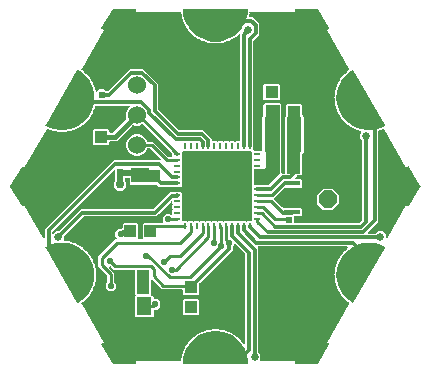
<source format=gbr>
G04 EAGLE Gerber RS-274X export*
G75*
%MOMM*%
%FSLAX34Y34*%
%LPD*%
%INBottom Copper*%
%IPPOS*%
%AMOC8*
5,1,8,0,0,1.08239X$1,22.5*%
G01*
%ADD10R,1.100000X1.000000*%
%ADD11R,1.300000X1.500000*%
%ADD12R,1.000000X1.100000*%
%ADD13R,1.399997X0.400000*%
%ADD14P,1.649562X8X22.500000*%
%ADD15R,1.500000X1.300000*%
%ADD16C,1.000000*%
%ADD17C,1.524000*%
%ADD18R,0.550000X0.254000*%
%ADD19R,0.254000X0.550000*%
%ADD20R,5.600000X5.600000*%
%ADD21R,0.500000X0.800000*%
%ADD22C,0.508000*%
%ADD23C,0.254000*%
%ADD24C,0.750000*%
%ADD25C,0.554800*%
%ADD26C,0.650000*%
%ADD27C,0.604800*%
%ADD28C,0.304800*%
%ADD29C,0.654800*%
%ADD30C,0.406400*%

G36*
X121440Y118144D02*
X121440Y118144D01*
X121531Y118151D01*
X121561Y118163D01*
X121593Y118169D01*
X121673Y118211D01*
X121757Y118247D01*
X121789Y118273D01*
X121810Y118284D01*
X121832Y118307D01*
X121888Y118352D01*
X123922Y120386D01*
X123976Y120460D01*
X124035Y120529D01*
X124047Y120560D01*
X124066Y120586D01*
X124093Y120673D01*
X124127Y120758D01*
X124131Y120799D01*
X124138Y120821D01*
X124137Y120853D01*
X124145Y120924D01*
X124145Y187840D01*
X124131Y187930D01*
X124124Y188021D01*
X124111Y188051D01*
X124106Y188083D01*
X124063Y188164D01*
X124027Y188248D01*
X124002Y188280D01*
X123991Y188300D01*
X123967Y188323D01*
X123922Y188379D01*
X122395Y189906D01*
X122395Y193881D01*
X123228Y194713D01*
X123236Y194725D01*
X123248Y194734D01*
X123308Y194825D01*
X123371Y194913D01*
X123375Y194927D01*
X123384Y194939D01*
X123412Y195045D01*
X123443Y195148D01*
X123443Y195163D01*
X123447Y195177D01*
X123440Y195285D01*
X123437Y195394D01*
X123432Y195408D01*
X123431Y195423D01*
X123390Y195523D01*
X123353Y195625D01*
X123343Y195637D01*
X123338Y195650D01*
X123267Y195732D01*
X123199Y195817D01*
X123187Y195825D01*
X123177Y195836D01*
X123083Y195891D01*
X122992Y195950D01*
X122978Y195954D01*
X122965Y195961D01*
X122803Y196004D01*
X122738Y196014D01*
X122683Y196059D01*
X122619Y196121D01*
X122588Y196136D01*
X122561Y196158D01*
X122407Y196225D01*
X120301Y196876D01*
X120266Y196880D01*
X120234Y196893D01*
X120145Y196897D01*
X120057Y196909D01*
X120023Y196903D01*
X119988Y196904D01*
X119911Y196887D01*
X119331Y197166D01*
X119300Y197175D01*
X119225Y197208D01*
X118613Y197397D01*
X118565Y197450D01*
X118511Y197521D01*
X118483Y197540D01*
X118459Y197566D01*
X118317Y197655D01*
X116332Y198612D01*
X116299Y198621D01*
X116268Y198639D01*
X116181Y198656D01*
X116096Y198681D01*
X116061Y198680D01*
X116027Y198687D01*
X115948Y198681D01*
X115416Y199043D01*
X115398Y199052D01*
X115384Y199064D01*
X115360Y199074D01*
X115318Y199100D01*
X114741Y199378D01*
X114701Y199438D01*
X114659Y199516D01*
X114633Y199540D01*
X114614Y199569D01*
X114487Y199678D01*
X112666Y200920D01*
X112634Y200935D01*
X112607Y200956D01*
X112524Y200986D01*
X112443Y201024D01*
X112408Y201028D01*
X112376Y201040D01*
X112297Y201045D01*
X111825Y201483D01*
X111797Y201502D01*
X111736Y201554D01*
X111207Y201915D01*
X111177Y201980D01*
X111146Y202064D01*
X111125Y202091D01*
X111110Y202122D01*
X111000Y202249D01*
X109385Y203749D01*
X109356Y203768D01*
X109332Y203793D01*
X109254Y203836D01*
X109180Y203885D01*
X109147Y203894D01*
X109116Y203910D01*
X109039Y203928D01*
X108637Y204431D01*
X108613Y204453D01*
X108560Y204515D01*
X108091Y204950D01*
X108070Y205019D01*
X108053Y205106D01*
X108035Y205136D01*
X108025Y205170D01*
X107936Y205312D01*
X106562Y207035D01*
X106537Y207058D01*
X106517Y207087D01*
X106446Y207141D01*
X106380Y207200D01*
X106348Y207214D01*
X106320Y207235D01*
X106246Y207264D01*
X105925Y207821D01*
X105904Y207847D01*
X105861Y207915D01*
X105462Y208416D01*
X105452Y208487D01*
X105447Y208576D01*
X105435Y208608D01*
X105430Y208643D01*
X105362Y208796D01*
X104261Y210706D01*
X104239Y210732D01*
X104224Y210764D01*
X104161Y210827D01*
X104105Y210896D01*
X104076Y210914D01*
X104051Y210939D01*
X103983Y210979D01*
X103748Y211578D01*
X103731Y211606D01*
X103698Y211680D01*
X103378Y212235D01*
X103379Y212307D01*
X103388Y212395D01*
X103380Y212429D01*
X103381Y212464D01*
X103337Y212626D01*
X102532Y214678D01*
X102532Y214679D01*
X102532Y214680D01*
X102514Y214709D01*
X102504Y214741D01*
X102452Y214813D01*
X102407Y214889D01*
X102406Y214890D01*
X102405Y214891D01*
X102380Y214912D01*
X102360Y214940D01*
X102298Y214989D01*
X102155Y215617D01*
X102143Y215648D01*
X102121Y215726D01*
X101888Y216322D01*
X101899Y216393D01*
X101921Y216479D01*
X101918Y216513D01*
X101924Y216548D01*
X101905Y216714D01*
X101415Y218863D01*
X101402Y218896D01*
X101397Y218930D01*
X101356Y219009D01*
X101322Y219091D01*
X101300Y219118D01*
X101284Y219148D01*
X101230Y219206D01*
X101182Y219848D01*
X101174Y219880D01*
X101165Y219961D01*
X101023Y220585D01*
X101044Y220653D01*
X101079Y220735D01*
X101082Y220770D01*
X101092Y220803D01*
X101098Y220971D01*
X100934Y223169D01*
X100926Y223202D01*
X100926Y223237D01*
X100897Y223322D01*
X100876Y223408D01*
X100858Y223437D01*
X100847Y223470D01*
X100802Y223536D01*
X100850Y224177D01*
X100847Y224210D01*
X100850Y224291D01*
X100803Y224930D01*
X100834Y224994D01*
X100881Y225070D01*
X100889Y225104D01*
X100904Y225135D01*
X100935Y225300D01*
X101100Y227498D01*
X101097Y227532D01*
X101102Y227567D01*
X101087Y227654D01*
X101079Y227743D01*
X101065Y227775D01*
X101059Y227809D01*
X101024Y227880D01*
X101168Y228508D01*
X101170Y228541D01*
X101185Y228620D01*
X101233Y229259D01*
X101274Y229317D01*
X101331Y229386D01*
X101344Y229418D01*
X101363Y229446D01*
X101419Y229605D01*
X101910Y231754D01*
X101912Y231788D01*
X101922Y231821D01*
X101920Y231905D01*
X101924Y231948D01*
X101922Y231957D01*
X101925Y231999D01*
X101916Y232033D01*
X101915Y232067D01*
X101892Y232143D01*
X102127Y232742D01*
X102134Y232774D01*
X102160Y232851D01*
X102303Y233475D01*
X102352Y233527D01*
X102419Y233586D01*
X102436Y233616D01*
X102460Y233641D01*
X102538Y233790D01*
X103344Y235841D01*
X103352Y235875D01*
X103367Y235906D01*
X103377Y235995D01*
X103396Y236082D01*
X103392Y236116D01*
X103396Y236151D01*
X103385Y236229D01*
X103707Y236786D01*
X103718Y236817D01*
X103756Y236889D01*
X103990Y237485D01*
X104047Y237529D01*
X104121Y237577D01*
X104143Y237604D01*
X104170Y237626D01*
X104270Y237761D01*
X105372Y239669D01*
X105385Y239702D01*
X105404Y239731D01*
X105428Y239816D01*
X105459Y239899D01*
X105461Y239934D01*
X105470Y239968D01*
X105470Y240047D01*
X105871Y240550D01*
X105887Y240579D01*
X105907Y240605D01*
X105917Y240615D01*
X105920Y240623D01*
X105935Y240644D01*
X106256Y241198D01*
X106318Y241234D01*
X106399Y241270D01*
X106425Y241294D01*
X106455Y241311D01*
X106573Y241430D01*
X107948Y243153D01*
X107965Y243183D01*
X107989Y243208D01*
X108025Y243289D01*
X108068Y243367D01*
X108075Y243401D01*
X108089Y243433D01*
X108101Y243511D01*
X108573Y243949D01*
X108593Y243975D01*
X108650Y244032D01*
X109050Y244533D01*
X109116Y244558D01*
X109202Y244582D01*
X109231Y244602D01*
X109263Y244614D01*
X109398Y244714D01*
X111014Y246213D01*
X111036Y246240D01*
X111063Y246262D01*
X111111Y246337D01*
X111165Y246407D01*
X111177Y246440D01*
X111195Y246469D01*
X111219Y246545D01*
X111751Y246907D01*
X111775Y246930D01*
X111840Y246978D01*
X112309Y247414D01*
X112379Y247429D01*
X112467Y247440D01*
X112499Y247455D01*
X112533Y247462D01*
X112681Y247541D01*
X113116Y247838D01*
X113199Y247916D01*
X113284Y247994D01*
X113288Y248001D01*
X113294Y248007D01*
X113348Y248108D01*
X113404Y248208D01*
X113405Y248217D01*
X113409Y248225D01*
X113428Y248338D01*
X113449Y248450D01*
X113447Y248459D01*
X113449Y248467D01*
X113430Y248580D01*
X113414Y248694D01*
X113410Y248703D01*
X113409Y248710D01*
X113398Y248730D01*
X113347Y248847D01*
X94534Y281432D01*
X96314Y282274D01*
X96336Y282291D01*
X96363Y282301D01*
X96415Y282350D01*
X96473Y282393D01*
X96487Y282418D01*
X96508Y282437D01*
X96537Y282503D01*
X96573Y282565D01*
X96576Y282593D01*
X96588Y282619D01*
X96589Y282691D01*
X96598Y282762D01*
X96590Y282789D01*
X96591Y282818D01*
X96555Y282913D01*
X96544Y282953D01*
X96537Y282962D01*
X96533Y282974D01*
X87033Y299474D01*
X86981Y299533D01*
X86935Y299595D01*
X86916Y299606D01*
X86901Y299623D01*
X86831Y299657D01*
X86764Y299697D01*
X86740Y299701D01*
X86722Y299709D01*
X86677Y299711D01*
X86600Y299724D01*
X67600Y299724D01*
X67572Y299719D01*
X67544Y299721D01*
X67476Y299699D01*
X67405Y299685D01*
X67382Y299669D01*
X67355Y299660D01*
X67300Y299613D01*
X67241Y299572D01*
X67226Y299548D01*
X67205Y299530D01*
X67173Y299465D01*
X67134Y299405D01*
X67129Y299377D01*
X67117Y299351D01*
X67108Y299250D01*
X67101Y299208D01*
X67103Y299198D01*
X67102Y299185D01*
X67260Y297200D01*
X29585Y297200D01*
X29472Y297182D01*
X29359Y297166D01*
X29351Y297162D01*
X29342Y297161D01*
X29241Y297107D01*
X29139Y297056D01*
X29133Y297050D01*
X29125Y297045D01*
X29046Y296963D01*
X28966Y296881D01*
X28962Y296873D01*
X28956Y296867D01*
X28907Y296763D01*
X28857Y296661D01*
X28855Y296650D01*
X28852Y296644D01*
X28849Y296621D01*
X28826Y296496D01*
X28786Y295964D01*
X28789Y295929D01*
X28784Y295895D01*
X28800Y295807D01*
X28808Y295719D01*
X28821Y295687D01*
X28828Y295653D01*
X28862Y295581D01*
X28719Y294954D01*
X28717Y294921D01*
X28702Y294841D01*
X28654Y294203D01*
X28613Y294144D01*
X28556Y294076D01*
X28543Y294043D01*
X28524Y294015D01*
X28468Y293857D01*
X28309Y293159D01*
X28303Y293054D01*
X28291Y292950D01*
X28295Y292932D01*
X28294Y292913D01*
X28321Y292812D01*
X28343Y292710D01*
X28353Y292694D01*
X28358Y292676D01*
X28416Y292589D01*
X28470Y292498D01*
X28484Y292486D01*
X28494Y292471D01*
X28577Y292407D01*
X28656Y292339D01*
X28674Y292332D01*
X28688Y292320D01*
X28787Y292286D01*
X28885Y292247D01*
X28907Y292244D01*
X28921Y292239D01*
X28952Y292239D01*
X29051Y292228D01*
X31615Y292228D01*
X37090Y286753D01*
X37090Y277422D01*
X32366Y272698D01*
X32313Y272624D01*
X32254Y272555D01*
X32241Y272525D01*
X32223Y272498D01*
X32196Y272411D01*
X32162Y272327D01*
X32157Y272286D01*
X32150Y272263D01*
X32151Y272231D01*
X32143Y272160D01*
X32143Y181762D01*
X32112Y181731D01*
X32059Y181657D01*
X32000Y181588D01*
X31987Y181558D01*
X31969Y181531D01*
X31942Y181444D01*
X31908Y181360D01*
X31903Y181319D01*
X31896Y181296D01*
X31897Y181264D01*
X31889Y181193D01*
X31889Y180288D01*
X31892Y180268D01*
X31890Y180249D01*
X31912Y180147D01*
X31929Y180045D01*
X31938Y180028D01*
X31943Y180008D01*
X31996Y179919D01*
X32044Y179828D01*
X32058Y179814D01*
X32069Y179797D01*
X32147Y179730D01*
X32222Y179658D01*
X32240Y179650D01*
X32256Y179637D01*
X32352Y179598D01*
X32445Y179555D01*
X32465Y179553D01*
X32484Y179545D01*
X32650Y179527D01*
X38864Y179527D01*
X38884Y179530D01*
X38903Y179528D01*
X39005Y179550D01*
X39107Y179566D01*
X39124Y179576D01*
X39144Y179580D01*
X39233Y179633D01*
X39324Y179682D01*
X39338Y179696D01*
X39355Y179706D01*
X39422Y179785D01*
X39494Y179860D01*
X39502Y179878D01*
X39515Y179893D01*
X39554Y179989D01*
X39597Y180083D01*
X39599Y180103D01*
X39607Y180121D01*
X39625Y180288D01*
X39625Y208157D01*
X40377Y208909D01*
X40430Y208983D01*
X40490Y209052D01*
X40502Y209082D01*
X40521Y209108D01*
X40548Y209195D01*
X40582Y209280D01*
X40586Y209321D01*
X40593Y209343D01*
X40592Y209376D01*
X40600Y209447D01*
X40600Y217794D01*
X40734Y217928D01*
X40787Y218002D01*
X40846Y218071D01*
X40858Y218101D01*
X40877Y218127D01*
X40904Y218214D01*
X40911Y218231D01*
X42073Y219393D01*
X54764Y219393D01*
X55881Y218277D01*
X55881Y160558D01*
X55884Y160538D01*
X55882Y160518D01*
X55904Y160417D01*
X55920Y160315D01*
X55930Y160298D01*
X55934Y160278D01*
X55987Y160189D01*
X56036Y160098D01*
X56050Y160084D01*
X56060Y160067D01*
X56139Y160000D01*
X56214Y159928D01*
X56232Y159920D01*
X56247Y159907D01*
X56343Y159868D01*
X56437Y159825D01*
X56457Y159823D01*
X56475Y159815D01*
X56642Y159797D01*
X57864Y159797D01*
X57884Y159800D01*
X57903Y159798D01*
X58005Y159820D01*
X58107Y159836D01*
X58124Y159846D01*
X58144Y159850D01*
X58233Y159903D01*
X58324Y159951D01*
X58338Y159966D01*
X58355Y159976D01*
X58422Y160055D01*
X58494Y160130D01*
X58502Y160148D01*
X58515Y160163D01*
X58553Y160259D01*
X58597Y160353D01*
X58599Y160373D01*
X58607Y160391D01*
X58625Y160558D01*
X58625Y208157D01*
X59427Y208959D01*
X59480Y209033D01*
X59540Y209102D01*
X59552Y209132D01*
X59571Y209158D01*
X59598Y209245D01*
X59632Y209330D01*
X59636Y209371D01*
X59643Y209393D01*
X59642Y209426D01*
X59650Y209497D01*
X59650Y217794D01*
X60543Y218687D01*
X72807Y218687D01*
X73700Y217794D01*
X73700Y209447D01*
X73714Y209357D01*
X73722Y209266D01*
X73734Y209236D01*
X73739Y209204D01*
X73782Y209123D01*
X73818Y209040D01*
X73844Y209007D01*
X73855Y208987D01*
X73878Y208965D01*
X73923Y208909D01*
X74675Y208157D01*
X74675Y177606D01*
X73566Y176497D01*
X73513Y176423D01*
X73454Y176354D01*
X73442Y176324D01*
X73423Y176298D01*
X73396Y176211D01*
X73362Y176126D01*
X73357Y176085D01*
X73350Y176063D01*
X73351Y176030D01*
X73343Y175959D01*
X73343Y159548D01*
X72227Y158432D01*
X69396Y158432D01*
X69306Y158417D01*
X69215Y158410D01*
X69185Y158397D01*
X69153Y158392D01*
X69073Y158349D01*
X68989Y158314D01*
X68957Y158288D01*
X68936Y158277D01*
X68914Y158254D01*
X68858Y158209D01*
X67173Y156524D01*
X67131Y156466D01*
X67082Y156414D01*
X67060Y156367D01*
X67030Y156324D01*
X67009Y156256D01*
X66978Y156191D01*
X66973Y156139D01*
X66957Y156089D01*
X66959Y156018D01*
X66951Y155946D01*
X66962Y155896D01*
X66964Y155844D01*
X66988Y155776D01*
X67004Y155706D01*
X67030Y155661D01*
X67048Y155613D01*
X67093Y155556D01*
X67130Y155495D01*
X67169Y155461D01*
X67202Y155420D01*
X67262Y155382D01*
X67317Y155335D01*
X67365Y155316D01*
X67409Y155287D01*
X67478Y155270D01*
X67545Y155243D01*
X67616Y155235D01*
X67647Y155227D01*
X67671Y155229D01*
X67712Y155225D01*
X72719Y155225D01*
X73612Y154332D01*
X73612Y149068D01*
X72719Y148175D01*
X58780Y148175D01*
X58690Y148160D01*
X58599Y148153D01*
X58570Y148141D01*
X58538Y148135D01*
X58457Y148093D01*
X58373Y148057D01*
X58341Y148031D01*
X58320Y148020D01*
X58316Y148016D01*
X58297Y147996D01*
X58242Y147952D01*
X49734Y139445D01*
X49723Y139428D01*
X49707Y139416D01*
X49651Y139329D01*
X49591Y139245D01*
X49585Y139226D01*
X49574Y139209D01*
X49549Y139109D01*
X49518Y139010D01*
X49519Y138990D01*
X49514Y138970D01*
X49522Y138867D01*
X49525Y138764D01*
X49532Y138745D01*
X49533Y138725D01*
X49574Y138630D01*
X49609Y138533D01*
X49622Y138517D01*
X49630Y138499D01*
X49734Y138368D01*
X50446Y137657D01*
X56655Y131448D01*
X56729Y131395D01*
X56798Y131335D01*
X56828Y131323D01*
X56854Y131304D01*
X56941Y131277D01*
X57026Y131243D01*
X57067Y131239D01*
X57089Y131232D01*
X57122Y131233D01*
X57193Y131225D01*
X72719Y131225D01*
X73612Y130332D01*
X73612Y125068D01*
X72719Y124175D01*
X67160Y124175D01*
X67089Y124164D01*
X67017Y124162D01*
X66968Y124144D01*
X66917Y124136D01*
X66854Y124102D01*
X66786Y124077D01*
X66746Y124045D01*
X66700Y124020D01*
X66650Y123968D01*
X66594Y123924D01*
X66566Y123880D01*
X66530Y123842D01*
X66500Y123777D01*
X66461Y123717D01*
X66449Y123666D01*
X66427Y123619D01*
X66419Y123548D01*
X66401Y123478D01*
X66405Y123426D01*
X66400Y123375D01*
X66415Y123304D01*
X66421Y123233D01*
X66441Y123185D01*
X66452Y123134D01*
X66461Y123119D01*
X66461Y119174D01*
X66457Y119160D01*
X66427Y119095D01*
X66421Y119043D01*
X66406Y118994D01*
X66408Y118922D01*
X66400Y118851D01*
X66411Y118800D01*
X66412Y118748D01*
X66437Y118680D01*
X66452Y118610D01*
X66479Y118566D01*
X66496Y118517D01*
X66541Y118461D01*
X66578Y118399D01*
X66618Y118365D01*
X66650Y118325D01*
X66710Y118286D01*
X66765Y118239D01*
X66813Y118220D01*
X66857Y118192D01*
X66926Y118174D01*
X66993Y118147D01*
X67064Y118139D01*
X67096Y118132D01*
X67119Y118133D01*
X67160Y118129D01*
X121350Y118129D01*
X121440Y118144D01*
G37*
G36*
X1626Y187026D02*
X1626Y187026D01*
X1730Y187029D01*
X1749Y187036D01*
X1768Y187037D01*
X1864Y187078D01*
X1961Y187113D01*
X1977Y187126D01*
X1995Y187134D01*
X2126Y187239D01*
X2187Y187300D01*
X5990Y187300D01*
X6051Y187239D01*
X6067Y187227D01*
X6079Y187212D01*
X6166Y187156D01*
X6250Y187096D01*
X6269Y187090D01*
X6286Y187079D01*
X6387Y187054D01*
X6485Y187023D01*
X6505Y187024D01*
X6525Y187019D01*
X6628Y187027D01*
X6731Y187030D01*
X6750Y187036D01*
X6770Y187038D01*
X6865Y187078D01*
X6962Y187114D01*
X6978Y187126D01*
X6996Y187134D01*
X7127Y187239D01*
X7188Y187300D01*
X10991Y187300D01*
X11052Y187239D01*
X11068Y187227D01*
X11080Y187212D01*
X11167Y187156D01*
X11251Y187096D01*
X11270Y187090D01*
X11287Y187079D01*
X11388Y187054D01*
X11486Y187023D01*
X11506Y187024D01*
X11526Y187019D01*
X11629Y187027D01*
X11732Y187030D01*
X11751Y187036D01*
X11771Y187038D01*
X11866Y187078D01*
X11963Y187114D01*
X11979Y187126D01*
X11997Y187134D01*
X12128Y187239D01*
X12189Y187300D01*
X15992Y187300D01*
X16053Y187239D01*
X16069Y187227D01*
X16081Y187212D01*
X16168Y187156D01*
X16252Y187096D01*
X16271Y187090D01*
X16288Y187079D01*
X16389Y187054D01*
X16487Y187023D01*
X16507Y187024D01*
X16527Y187019D01*
X16630Y187027D01*
X16733Y187030D01*
X16752Y187036D01*
X16772Y187038D01*
X16867Y187078D01*
X16964Y187114D01*
X16980Y187126D01*
X16998Y187134D01*
X17129Y187239D01*
X17190Y187300D01*
X20284Y187300D01*
X20303Y187303D01*
X20323Y187301D01*
X20424Y187323D01*
X20526Y187339D01*
X20544Y187349D01*
X20563Y187353D01*
X20652Y187406D01*
X20744Y187455D01*
X20757Y187469D01*
X20774Y187479D01*
X20842Y187558D01*
X20913Y187633D01*
X20921Y187651D01*
X20934Y187666D01*
X20973Y187762D01*
X21017Y187856D01*
X21019Y187876D01*
X21026Y187894D01*
X21045Y188061D01*
X21045Y277516D01*
X21035Y277572D01*
X21036Y277630D01*
X21016Y277693D01*
X21005Y277758D01*
X20978Y277809D01*
X20960Y277864D01*
X20921Y277917D01*
X20890Y277976D01*
X20848Y278015D01*
X20814Y278062D01*
X20760Y278099D01*
X20712Y278145D01*
X20659Y278169D01*
X20612Y278202D01*
X20549Y278221D01*
X20489Y278249D01*
X20431Y278255D01*
X20376Y278271D01*
X20310Y278268D01*
X20244Y278276D01*
X20188Y278263D01*
X20130Y278261D01*
X20068Y278238D01*
X20004Y278223D01*
X19954Y278194D01*
X19901Y278173D01*
X19819Y278113D01*
X19793Y278097D01*
X19784Y278087D01*
X19766Y278074D01*
X18883Y277255D01*
X18862Y277228D01*
X18835Y277206D01*
X18787Y277131D01*
X18733Y277061D01*
X18721Y277028D01*
X18702Y276999D01*
X18679Y276923D01*
X18147Y276560D01*
X18123Y276538D01*
X18058Y276489D01*
X17589Y276054D01*
X17519Y276038D01*
X17431Y276027D01*
X17399Y276012D01*
X17365Y276005D01*
X17217Y275926D01*
X15398Y274686D01*
X15373Y274662D01*
X15343Y274644D01*
X15284Y274578D01*
X15220Y274516D01*
X15204Y274486D01*
X15181Y274460D01*
X15147Y274388D01*
X14567Y274109D01*
X14540Y274090D01*
X14468Y274052D01*
X13939Y273691D01*
X13867Y273686D01*
X13779Y273689D01*
X13745Y273678D01*
X13711Y273676D01*
X13553Y273620D01*
X11569Y272665D01*
X11540Y272645D01*
X11508Y272632D01*
X11440Y272575D01*
X11367Y272524D01*
X11347Y272496D01*
X11320Y272474D01*
X11276Y272408D01*
X10661Y272218D01*
X10656Y272216D01*
X10651Y272215D01*
X10626Y272202D01*
X10555Y272177D01*
X9978Y271899D01*
X9906Y271905D01*
X9819Y271920D01*
X9784Y271915D01*
X9750Y271918D01*
X9585Y271886D01*
X7481Y271237D01*
X7450Y271222D01*
X7416Y271214D01*
X7340Y271168D01*
X7261Y271128D01*
X7236Y271103D01*
X7207Y271085D01*
X7153Y271027D01*
X6516Y270931D01*
X6485Y270921D01*
X6405Y270906D01*
X5793Y270717D01*
X5724Y270733D01*
X5639Y270762D01*
X5605Y270762D01*
X5571Y270770D01*
X5403Y270763D01*
X3226Y270435D01*
X3193Y270424D01*
X3158Y270422D01*
X3077Y270387D01*
X2992Y270360D01*
X2964Y270339D01*
X2932Y270325D01*
X2870Y270276D01*
X2227Y270276D01*
X2194Y270270D01*
X2113Y270267D01*
X1480Y270172D01*
X1413Y270199D01*
X1334Y270239D01*
X1300Y270244D01*
X1268Y270257D01*
X1101Y270276D01*
X-1101Y270276D01*
X-1135Y270270D01*
X-1170Y270273D01*
X-1256Y270250D01*
X-1344Y270236D01*
X-1374Y270220D01*
X-1408Y270211D01*
X-1477Y270171D01*
X-2113Y270267D01*
X-2146Y270267D01*
X-2227Y270276D01*
X-2867Y270276D01*
X-2929Y270312D01*
X-3001Y270364D01*
X-3034Y270374D01*
X-3064Y270392D01*
X-3226Y270435D01*
X-5403Y270763D01*
X-5438Y270763D01*
X-5472Y270770D01*
X-5560Y270761D01*
X-5649Y270760D01*
X-5682Y270749D01*
X-5717Y270745D01*
X-5790Y270716D01*
X-6405Y270906D01*
X-6438Y270910D01*
X-6516Y270931D01*
X-7150Y271026D01*
X-7205Y271072D01*
X-7269Y271134D01*
X-7300Y271149D01*
X-7327Y271171D01*
X-7481Y271237D01*
X-9585Y271886D01*
X-9619Y271891D01*
X-9652Y271904D01*
X-9741Y271908D01*
X-9829Y271920D01*
X-9863Y271914D01*
X-9897Y271915D01*
X-9975Y271897D01*
X-10555Y272177D01*
X-10586Y272186D01*
X-10661Y272218D01*
X-11273Y272407D01*
X-11321Y272460D01*
X-11374Y272531D01*
X-11403Y272550D01*
X-11426Y272576D01*
X-11569Y272665D01*
X-13553Y273620D01*
X-13586Y273630D01*
X-13616Y273647D01*
X-13703Y273665D01*
X-13788Y273690D01*
X-13823Y273689D01*
X-13857Y273695D01*
X-13936Y273689D01*
X-14468Y274052D01*
X-14498Y274066D01*
X-14567Y274109D01*
X-15144Y274387D01*
X-15183Y274446D01*
X-15226Y274524D01*
X-15251Y274548D01*
X-15271Y274577D01*
X-15398Y274686D01*
X-17217Y275926D01*
X-17249Y275941D01*
X-17276Y275962D01*
X-17360Y275993D01*
X-17440Y276030D01*
X-17475Y276034D01*
X-17507Y276046D01*
X-17587Y276052D01*
X-18058Y276489D01*
X-18086Y276508D01*
X-18147Y276560D01*
X-18676Y276921D01*
X-18707Y276986D01*
X-18737Y277069D01*
X-18759Y277097D01*
X-18774Y277128D01*
X-18883Y277255D01*
X-20498Y278753D01*
X-20526Y278772D01*
X-20550Y278797D01*
X-20628Y278839D01*
X-20703Y278889D01*
X-20736Y278897D01*
X-20766Y278914D01*
X-20844Y278931D01*
X-21245Y279435D01*
X-21270Y279457D01*
X-21323Y279518D01*
X-21792Y279954D01*
X-21813Y280022D01*
X-21830Y280110D01*
X-21848Y280140D01*
X-21858Y280173D01*
X-21947Y280315D01*
X-23320Y282036D01*
X-23345Y282059D01*
X-23365Y282088D01*
X-23437Y282142D01*
X-23502Y282201D01*
X-23534Y282215D01*
X-23562Y282236D01*
X-23636Y282265D01*
X-23957Y282822D01*
X-23978Y282848D01*
X-24022Y282916D01*
X-24421Y283417D01*
X-24431Y283488D01*
X-24435Y283577D01*
X-24448Y283609D01*
X-24453Y283643D01*
X-24520Y283797D01*
X-25621Y285704D01*
X-25643Y285731D01*
X-25658Y285762D01*
X-25721Y285826D01*
X-25777Y285894D01*
X-25806Y285913D01*
X-25831Y285937D01*
X-25900Y285977D01*
X-26002Y286237D01*
X-26135Y286576D01*
X-26151Y286604D01*
X-26184Y286679D01*
X-26504Y287233D01*
X-26504Y287305D01*
X-26495Y287393D01*
X-26502Y287427D01*
X-26502Y287462D01*
X-26546Y287624D01*
X-27350Y289674D01*
X-27368Y289703D01*
X-27378Y289736D01*
X-27430Y289808D01*
X-27476Y289885D01*
X-27502Y289908D01*
X-27523Y289936D01*
X-27585Y289985D01*
X-27728Y290613D01*
X-27740Y290643D01*
X-27762Y290721D01*
X-27995Y291317D01*
X-27984Y291388D01*
X-27962Y291474D01*
X-27965Y291509D01*
X-27959Y291543D01*
X-27978Y291710D01*
X-28468Y293857D01*
X-28481Y293889D01*
X-28487Y293923D01*
X-28528Y294002D01*
X-28561Y294084D01*
X-28584Y294111D01*
X-28600Y294141D01*
X-28654Y294199D01*
X-28702Y294841D01*
X-28710Y294873D01*
X-28719Y294954D01*
X-28861Y295578D01*
X-28840Y295647D01*
X-28805Y295728D01*
X-28803Y295763D01*
X-28792Y295796D01*
X-28786Y295964D01*
X-28826Y296496D01*
X-28853Y296607D01*
X-28877Y296719D01*
X-28882Y296726D01*
X-28884Y296735D01*
X-28945Y296832D01*
X-29003Y296930D01*
X-29010Y296936D01*
X-29015Y296943D01*
X-29103Y297016D01*
X-29190Y297090D01*
X-29198Y297093D01*
X-29205Y297099D01*
X-29312Y297139D01*
X-29418Y297182D01*
X-29429Y297183D01*
X-29435Y297185D01*
X-29458Y297186D01*
X-29585Y297200D01*
X-67260Y297200D01*
X-67102Y299185D01*
X-67106Y299214D01*
X-67101Y299242D01*
X-67118Y299311D01*
X-67126Y299383D01*
X-67141Y299407D01*
X-67147Y299435D01*
X-67190Y299493D01*
X-67226Y299555D01*
X-67248Y299572D01*
X-67265Y299595D01*
X-67327Y299632D01*
X-67384Y299675D01*
X-67412Y299682D01*
X-67436Y299697D01*
X-67536Y299713D01*
X-67577Y299724D01*
X-67587Y299722D01*
X-67600Y299724D01*
X-86600Y299724D01*
X-86676Y299709D01*
X-86754Y299700D01*
X-86773Y299689D01*
X-86795Y299685D01*
X-86859Y299641D01*
X-86927Y299602D01*
X-86943Y299583D01*
X-86959Y299572D01*
X-86983Y299534D01*
X-87033Y299474D01*
X-96533Y282974D01*
X-96542Y282947D01*
X-96558Y282923D01*
X-96573Y282853D01*
X-96596Y282785D01*
X-96593Y282757D01*
X-96599Y282729D01*
X-96586Y282659D01*
X-96580Y282587D01*
X-96567Y282562D01*
X-96561Y282534D01*
X-96521Y282474D01*
X-96488Y282411D01*
X-96466Y282393D01*
X-96450Y282369D01*
X-96367Y282311D01*
X-96335Y282284D01*
X-96324Y282281D01*
X-96314Y282274D01*
X-94534Y281432D01*
X-113347Y248847D01*
X-113387Y248740D01*
X-113430Y248634D01*
X-113431Y248625D01*
X-113434Y248617D01*
X-113438Y248503D01*
X-113445Y248389D01*
X-113442Y248380D01*
X-113443Y248371D01*
X-113410Y248261D01*
X-113380Y248151D01*
X-113375Y248144D01*
X-113373Y248136D01*
X-113307Y248042D01*
X-113244Y247947D01*
X-113236Y247940D01*
X-113232Y247934D01*
X-113213Y247921D01*
X-113116Y247838D01*
X-112681Y247541D01*
X-112649Y247526D01*
X-112622Y247505D01*
X-112539Y247475D01*
X-112458Y247437D01*
X-112423Y247433D01*
X-112391Y247422D01*
X-112312Y247416D01*
X-111840Y246978D01*
X-111812Y246960D01*
X-111751Y246907D01*
X-111221Y246547D01*
X-111191Y246482D01*
X-111160Y246398D01*
X-111139Y246371D01*
X-111124Y246340D01*
X-111014Y246213D01*
X-109398Y244714D01*
X-109369Y244695D01*
X-109345Y244670D01*
X-109267Y244628D01*
X-109193Y244578D01*
X-109159Y244569D01*
X-109129Y244553D01*
X-109052Y244535D01*
X-108650Y244032D01*
X-108626Y244010D01*
X-108573Y243949D01*
X-108103Y243513D01*
X-108083Y243445D01*
X-108065Y243358D01*
X-108048Y243328D01*
X-108038Y243294D01*
X-107948Y243153D01*
X-106573Y241430D01*
X-106548Y241406D01*
X-106528Y241378D01*
X-106457Y241324D01*
X-106391Y241265D01*
X-106359Y241251D01*
X-106331Y241230D01*
X-106257Y241201D01*
X-105935Y240644D01*
X-105914Y240618D01*
X-105871Y240550D01*
X-105472Y240049D01*
X-105462Y239979D01*
X-105457Y239890D01*
X-105445Y239857D01*
X-105440Y239823D01*
X-105372Y239669D01*
X-104270Y237761D01*
X-104248Y237734D01*
X-104232Y237703D01*
X-104170Y237640D01*
X-104114Y237571D01*
X-104084Y237552D01*
X-104060Y237527D01*
X-103991Y237488D01*
X-103756Y236889D01*
X-103739Y236860D01*
X-103707Y236786D01*
X-103386Y236232D01*
X-103387Y236160D01*
X-103396Y236072D01*
X-103388Y236038D01*
X-103388Y236003D01*
X-103344Y235841D01*
X-102538Y233790D01*
X-102521Y233760D01*
X-102510Y233727D01*
X-102458Y233655D01*
X-102413Y233578D01*
X-102386Y233556D01*
X-102366Y233528D01*
X-102304Y233478D01*
X-102160Y232851D01*
X-102148Y232820D01*
X-102127Y232742D01*
X-101893Y232146D01*
X-101904Y232075D01*
X-101926Y231989D01*
X-101923Y231954D01*
X-101929Y231920D01*
X-101924Y231876D01*
X-101924Y231869D01*
X-101921Y231855D01*
X-101910Y231754D01*
X-101459Y229781D01*
X-101417Y229680D01*
X-101380Y229577D01*
X-101371Y229566D01*
X-101366Y229553D01*
X-101295Y229471D01*
X-101226Y229385D01*
X-101214Y229378D01*
X-101205Y229367D01*
X-101112Y229311D01*
X-101019Y229252D01*
X-101006Y229249D01*
X-100994Y229242D01*
X-100887Y229219D01*
X-100781Y229192D01*
X-100767Y229193D01*
X-100753Y229190D01*
X-100644Y229203D01*
X-100536Y229211D01*
X-100523Y229217D01*
X-100509Y229218D01*
X-100410Y229265D01*
X-100309Y229308D01*
X-100296Y229318D01*
X-100286Y229323D01*
X-100265Y229343D01*
X-100178Y229412D01*
X-98308Y231283D01*
X-94539Y231283D01*
X-93262Y230006D01*
X-93188Y229953D01*
X-93119Y229894D01*
X-93089Y229881D01*
X-93062Y229863D01*
X-92976Y229836D01*
X-92891Y229802D01*
X-92850Y229797D01*
X-92827Y229790D01*
X-92795Y229791D01*
X-92724Y229783D01*
X-91556Y229783D01*
X-91465Y229798D01*
X-91375Y229805D01*
X-91345Y229818D01*
X-91313Y229823D01*
X-91232Y229866D01*
X-91148Y229901D01*
X-91116Y229927D01*
X-91095Y229938D01*
X-91073Y229961D01*
X-91017Y230006D01*
X-72357Y248667D01*
X-60993Y248667D01*
X-48386Y236060D01*
X-48386Y214609D01*
X-48372Y214519D01*
X-48364Y214428D01*
X-48352Y214399D01*
X-48347Y214367D01*
X-48304Y214286D01*
X-48268Y214202D01*
X-48242Y214170D01*
X-48231Y214149D01*
X-48208Y214127D01*
X-48163Y214071D01*
X-30848Y196756D01*
X-30774Y196703D01*
X-30705Y196644D01*
X-30675Y196631D01*
X-30649Y196613D01*
X-30562Y196586D01*
X-30477Y196552D01*
X-30436Y196547D01*
X-30413Y196540D01*
X-30381Y196541D01*
X-30310Y196533D01*
X-10101Y196533D01*
X-3295Y189727D01*
X-3295Y188061D01*
X-3292Y188041D01*
X-3294Y188022D01*
X-3272Y187920D01*
X-3255Y187818D01*
X-3246Y187801D01*
X-3241Y187781D01*
X-3188Y187692D01*
X-3140Y187601D01*
X-3126Y187587D01*
X-3115Y187570D01*
X-3037Y187503D01*
X-2962Y187431D01*
X-2944Y187423D01*
X-2928Y187410D01*
X-2832Y187371D01*
X-2739Y187328D01*
X-2719Y187326D01*
X-2700Y187318D01*
X-2534Y187300D01*
X988Y187300D01*
X1049Y187239D01*
X1065Y187227D01*
X1078Y187211D01*
X1165Y187155D01*
X1249Y187095D01*
X1268Y187089D01*
X1285Y187078D01*
X1385Y187053D01*
X1484Y187023D01*
X1504Y187023D01*
X1523Y187018D01*
X1626Y187026D01*
G37*
G36*
X-67572Y-1269D02*
X-67572Y-1269D01*
X-67544Y-1271D01*
X-67476Y-1249D01*
X-67405Y-1235D01*
X-67382Y-1219D01*
X-67355Y-1210D01*
X-67300Y-1163D01*
X-67241Y-1122D01*
X-67226Y-1098D01*
X-67205Y-1080D01*
X-67173Y-1015D01*
X-67134Y-955D01*
X-67129Y-927D01*
X-67117Y-901D01*
X-67108Y-799D01*
X-67101Y-758D01*
X-67103Y-748D01*
X-67102Y-735D01*
X-67260Y1250D01*
X-29585Y1250D01*
X-29473Y1268D01*
X-29359Y1284D01*
X-29351Y1288D01*
X-29342Y1289D01*
X-29242Y1343D01*
X-29139Y1394D01*
X-29133Y1400D01*
X-29125Y1405D01*
X-29046Y1487D01*
X-28966Y1569D01*
X-28962Y1576D01*
X-28956Y1583D01*
X-28907Y1687D01*
X-28857Y1789D01*
X-28855Y1800D01*
X-28852Y1806D01*
X-28849Y1829D01*
X-28826Y1954D01*
X-28786Y2486D01*
X-28789Y2521D01*
X-28784Y2555D01*
X-28800Y2643D01*
X-28807Y2731D01*
X-28821Y2763D01*
X-28828Y2797D01*
X-28862Y2869D01*
X-28719Y3496D01*
X-28717Y3529D01*
X-28702Y3609D01*
X-28654Y4247D01*
X-28613Y4306D01*
X-28556Y4374D01*
X-28543Y4407D01*
X-28524Y4435D01*
X-28468Y4593D01*
X-27978Y6740D01*
X-27976Y6775D01*
X-27966Y6808D01*
X-27969Y6897D01*
X-27963Y6986D01*
X-27972Y7019D01*
X-27973Y7054D01*
X-27997Y7130D01*
X-27762Y7729D01*
X-27755Y7761D01*
X-27728Y7837D01*
X-27586Y8462D01*
X-27536Y8514D01*
X-27470Y8573D01*
X-27452Y8603D01*
X-27428Y8628D01*
X-27350Y8776D01*
X-26546Y10826D01*
X-26539Y10860D01*
X-26524Y10891D01*
X-26513Y10980D01*
X-26494Y11067D01*
X-26498Y11101D01*
X-26494Y11135D01*
X-26506Y11214D01*
X-26184Y11771D01*
X-26172Y11802D01*
X-26135Y11874D01*
X-25901Y12470D01*
X-25844Y12514D01*
X-25770Y12562D01*
X-25748Y12590D01*
X-25721Y12611D01*
X-25621Y12746D01*
X-24520Y14653D01*
X-24508Y14685D01*
X-24489Y14714D01*
X-24465Y14800D01*
X-24433Y14883D01*
X-24432Y14918D01*
X-24423Y14951D01*
X-24423Y15031D01*
X-24022Y15534D01*
X-24005Y15563D01*
X-23957Y15628D01*
X-23637Y16182D01*
X-23575Y16218D01*
X-23494Y16254D01*
X-23469Y16278D01*
X-23438Y16295D01*
X-23320Y16414D01*
X-21947Y18135D01*
X-21930Y18165D01*
X-21907Y18191D01*
X-21870Y18272D01*
X-21827Y18350D01*
X-21820Y18384D01*
X-21806Y18416D01*
X-21794Y18494D01*
X-21323Y18932D01*
X-21302Y18958D01*
X-21245Y19015D01*
X-20846Y19516D01*
X-20779Y19542D01*
X-20693Y19566D01*
X-20665Y19585D01*
X-20632Y19598D01*
X-20530Y19673D01*
X-20528Y19675D01*
X-20526Y19676D01*
X-20498Y19697D01*
X-18883Y21195D01*
X-18862Y21222D01*
X-18835Y21244D01*
X-18787Y21319D01*
X-18733Y21389D01*
X-18721Y21422D01*
X-18702Y21451D01*
X-18679Y21527D01*
X-18147Y21890D01*
X-18123Y21912D01*
X-18058Y21961D01*
X-17589Y22396D01*
X-17519Y22412D01*
X-17431Y22423D01*
X-17399Y22438D01*
X-17365Y22445D01*
X-17217Y22524D01*
X-15398Y23764D01*
X-15373Y23788D01*
X-15343Y23806D01*
X-15284Y23872D01*
X-15220Y23934D01*
X-15204Y23964D01*
X-15181Y23990D01*
X-15147Y24062D01*
X-14567Y24341D01*
X-14540Y24360D01*
X-14468Y24398D01*
X-13939Y24759D01*
X-13867Y24764D01*
X-13779Y24761D01*
X-13745Y24772D01*
X-13711Y24774D01*
X-13553Y24830D01*
X-11569Y25785D01*
X-11540Y25805D01*
X-11508Y25818D01*
X-11440Y25875D01*
X-11367Y25926D01*
X-11347Y25954D01*
X-11320Y25976D01*
X-11276Y26042D01*
X-10661Y26232D01*
X-10631Y26247D01*
X-10555Y26273D01*
X-9978Y26551D01*
X-9906Y26545D01*
X-9819Y26530D01*
X-9784Y26535D01*
X-9750Y26532D01*
X-9585Y26564D01*
X-7481Y27213D01*
X-7450Y27228D01*
X-7416Y27236D01*
X-7340Y27282D01*
X-7261Y27322D01*
X-7236Y27347D01*
X-7207Y27365D01*
X-7153Y27423D01*
X-6516Y27519D01*
X-6485Y27529D01*
X-6405Y27544D01*
X-5793Y27733D01*
X-5724Y27717D01*
X-5639Y27688D01*
X-5605Y27688D01*
X-5571Y27680D01*
X-5403Y27687D01*
X-3226Y28015D01*
X-3193Y28026D01*
X-3158Y28028D01*
X-3077Y28063D01*
X-2992Y28090D01*
X-2964Y28111D01*
X-2932Y28125D01*
X-2870Y28174D01*
X-2227Y28174D01*
X-2194Y28180D01*
X-2113Y28183D01*
X-1480Y28278D01*
X-1413Y28251D01*
X-1334Y28211D01*
X-1300Y28206D01*
X-1268Y28193D01*
X-1101Y28174D01*
X1101Y28174D01*
X1135Y28180D01*
X1170Y28177D01*
X1256Y28200D01*
X1344Y28214D01*
X1374Y28230D01*
X1408Y28239D01*
X1477Y28279D01*
X2113Y28183D01*
X2146Y28183D01*
X2227Y28174D01*
X2867Y28174D01*
X2929Y28138D01*
X3001Y28086D01*
X3034Y28076D01*
X3064Y28058D01*
X3226Y28015D01*
X5403Y27687D01*
X5438Y27687D01*
X5472Y27680D01*
X5560Y27689D01*
X5649Y27690D01*
X5682Y27701D01*
X5717Y27705D01*
X5790Y27734D01*
X6405Y27544D01*
X6438Y27540D01*
X6516Y27519D01*
X7150Y27424D01*
X7205Y27378D01*
X7269Y27316D01*
X7300Y27301D01*
X7327Y27279D01*
X7481Y27213D01*
X9585Y26564D01*
X9619Y26559D01*
X9652Y26546D01*
X9741Y26542D01*
X9829Y26530D01*
X9863Y26536D01*
X9897Y26535D01*
X9975Y26553D01*
X10555Y26273D01*
X10586Y26264D01*
X10661Y26232D01*
X11272Y26043D01*
X11321Y25990D01*
X11374Y25919D01*
X11403Y25900D01*
X11426Y25874D01*
X11569Y25785D01*
X13553Y24830D01*
X13586Y24820D01*
X13616Y24803D01*
X13703Y24785D01*
X13788Y24760D01*
X13823Y24761D01*
X13857Y24755D01*
X13936Y24761D01*
X14468Y24398D01*
X14498Y24384D01*
X14567Y24341D01*
X15144Y24063D01*
X15183Y24004D01*
X15226Y23926D01*
X15251Y23902D01*
X15271Y23873D01*
X15398Y23764D01*
X17217Y22524D01*
X17249Y22509D01*
X17276Y22488D01*
X17360Y22457D01*
X17440Y22420D01*
X17475Y22416D01*
X17507Y22404D01*
X17587Y22398D01*
X18058Y21961D01*
X18086Y21942D01*
X18147Y21890D01*
X18676Y21529D01*
X18707Y21464D01*
X18737Y21381D01*
X18759Y21353D01*
X18774Y21322D01*
X18883Y21195D01*
X20498Y19697D01*
X20526Y19678D01*
X20550Y19653D01*
X20628Y19611D01*
X20703Y19561D01*
X20736Y19553D01*
X20766Y19536D01*
X20844Y19519D01*
X21245Y19015D01*
X21270Y18993D01*
X21323Y18932D01*
X21792Y18496D01*
X21813Y18428D01*
X21830Y18340D01*
X21848Y18310D01*
X21857Y18277D01*
X21947Y18135D01*
X23320Y16414D01*
X23345Y16391D01*
X23365Y16362D01*
X23437Y16308D01*
X23502Y16249D01*
X23534Y16235D01*
X23562Y16214D01*
X23636Y16185D01*
X23909Y15712D01*
X23939Y15675D01*
X23962Y15633D01*
X24016Y15581D01*
X24065Y15522D01*
X24105Y15496D01*
X24140Y15463D01*
X24209Y15432D01*
X24273Y15391D01*
X24320Y15380D01*
X24363Y15360D01*
X24438Y15351D01*
X24512Y15334D01*
X24560Y15338D01*
X24607Y15333D01*
X24682Y15349D01*
X24757Y15355D01*
X24801Y15375D01*
X24848Y15385D01*
X24913Y15424D01*
X24982Y15454D01*
X25018Y15487D01*
X25059Y15511D01*
X25108Y15569D01*
X25164Y15620D01*
X25188Y15661D01*
X25219Y15698D01*
X25247Y15768D01*
X25284Y15835D01*
X25293Y15882D01*
X25311Y15926D01*
X25325Y16054D01*
X25329Y16076D01*
X25328Y16083D01*
X25329Y16093D01*
X25329Y91622D01*
X25315Y91712D01*
X25307Y91803D01*
X25295Y91833D01*
X25290Y91865D01*
X25247Y91945D01*
X25211Y92029D01*
X25185Y92061D01*
X25174Y92082D01*
X25151Y92104D01*
X25106Y92160D01*
X17137Y100129D01*
X17079Y100171D01*
X17027Y100221D01*
X16980Y100243D01*
X16937Y100273D01*
X16869Y100294D01*
X16804Y100324D01*
X16752Y100330D01*
X16702Y100345D01*
X16630Y100343D01*
X16559Y100351D01*
X16508Y100340D01*
X16456Y100339D01*
X16389Y100314D01*
X16319Y100299D01*
X16274Y100272D01*
X16225Y100255D01*
X16169Y100210D01*
X16108Y100173D01*
X16074Y100133D01*
X16033Y100101D01*
X15995Y100041D01*
X15948Y99986D01*
X15928Y99938D01*
X15900Y99894D01*
X15883Y99824D01*
X15856Y99758D01*
X15848Y99687D01*
X15840Y99655D01*
X15842Y99632D01*
X15837Y99591D01*
X15837Y99393D01*
X14810Y98366D01*
X14757Y98292D01*
X14698Y98223D01*
X14686Y98193D01*
X14667Y98166D01*
X14640Y98079D01*
X14606Y97995D01*
X14601Y97954D01*
X14595Y97931D01*
X14595Y97899D01*
X14587Y97828D01*
X14587Y95148D01*
X-13390Y67171D01*
X-13443Y67097D01*
X-13502Y67028D01*
X-13515Y66998D01*
X-13533Y66971D01*
X-13560Y66884D01*
X-13594Y66800D01*
X-13599Y66759D01*
X-13606Y66736D01*
X-13605Y66704D01*
X-13613Y66633D01*
X-13613Y58431D01*
X-14506Y57538D01*
X-26769Y57538D01*
X-27662Y58431D01*
X-27662Y61235D01*
X-27665Y61255D01*
X-27663Y61275D01*
X-27685Y61376D01*
X-27702Y61478D01*
X-27711Y61496D01*
X-27716Y61515D01*
X-27769Y61604D01*
X-27817Y61696D01*
X-27831Y61709D01*
X-27842Y61726D01*
X-27920Y61794D01*
X-27995Y61865D01*
X-28013Y61873D01*
X-28029Y61886D01*
X-28125Y61925D01*
X-28218Y61969D01*
X-28238Y61971D01*
X-28257Y61978D01*
X-28423Y61997D01*
X-43688Y61997D01*
X-43757Y62025D01*
X-43798Y62029D01*
X-43820Y62036D01*
X-43853Y62035D01*
X-43924Y62043D01*
X-45358Y62043D01*
X-53026Y69711D01*
X-53084Y69753D01*
X-53136Y69802D01*
X-53183Y69824D01*
X-53225Y69854D01*
X-53294Y69876D01*
X-53359Y69906D01*
X-53411Y69911D01*
X-53461Y69927D01*
X-53532Y69925D01*
X-53603Y69933D01*
X-53654Y69922D01*
X-53706Y69920D01*
X-53774Y69896D01*
X-53844Y69881D01*
X-53889Y69854D01*
X-53937Y69836D01*
X-53993Y69791D01*
X-54055Y69754D01*
X-54089Y69715D01*
X-54129Y69682D01*
X-54168Y69622D01*
X-54215Y69567D01*
X-54234Y69519D01*
X-54262Y69475D01*
X-54280Y69406D01*
X-54307Y69339D01*
X-54315Y69268D01*
X-54323Y69237D01*
X-54321Y69214D01*
X-54325Y69173D01*
X-54325Y57850D01*
X-54336Y57839D01*
X-54358Y57792D01*
X-54388Y57750D01*
X-54409Y57681D01*
X-54439Y57616D01*
X-54445Y57564D01*
X-54460Y57515D01*
X-54458Y57443D01*
X-54466Y57372D01*
X-54455Y57321D01*
X-54454Y57269D01*
X-54429Y57201D01*
X-54414Y57131D01*
X-54387Y57086D01*
X-54370Y57038D01*
X-54325Y56982D01*
X-54288Y56920D01*
X-54248Y56886D01*
X-54216Y56846D01*
X-54156Y56807D01*
X-54101Y56760D01*
X-54053Y56741D01*
X-54009Y56713D01*
X-53939Y56695D01*
X-53873Y56668D01*
X-53802Y56660D01*
X-53770Y56652D01*
X-53747Y56654D01*
X-53706Y56650D01*
X-53218Y56650D01*
X-52325Y55757D01*
X-52325Y54272D01*
X-52322Y54253D01*
X-52324Y54233D01*
X-52302Y54132D01*
X-52286Y54030D01*
X-52276Y54012D01*
X-52272Y53993D01*
X-52219Y53904D01*
X-52170Y53812D01*
X-52156Y53799D01*
X-52146Y53782D01*
X-52067Y53714D01*
X-51992Y53643D01*
X-51974Y53635D01*
X-51959Y53622D01*
X-51863Y53583D01*
X-51769Y53539D01*
X-51749Y53537D01*
X-51731Y53530D01*
X-51564Y53511D01*
X-49019Y53511D01*
X-46501Y50993D01*
X-46501Y47432D01*
X-49019Y44914D01*
X-50831Y44914D01*
X-50921Y44899D01*
X-51012Y44892D01*
X-51042Y44879D01*
X-51074Y44874D01*
X-51154Y44831D01*
X-51157Y44830D01*
X-51564Y44830D01*
X-51584Y44827D01*
X-51603Y44829D01*
X-51705Y44807D01*
X-51807Y44791D01*
X-51824Y44781D01*
X-51844Y44777D01*
X-51933Y44724D01*
X-52024Y44675D01*
X-52038Y44661D01*
X-52055Y44651D01*
X-52122Y44572D01*
X-52194Y44497D01*
X-52202Y44479D01*
X-52215Y44464D01*
X-52254Y44368D01*
X-52297Y44274D01*
X-52299Y44254D01*
X-52307Y44236D01*
X-52325Y44069D01*
X-52325Y39493D01*
X-53218Y38600D01*
X-67482Y38600D01*
X-68375Y39493D01*
X-68375Y55757D01*
X-67857Y56274D01*
X-67845Y56290D01*
X-67830Y56303D01*
X-67774Y56390D01*
X-67714Y56474D01*
X-67708Y56493D01*
X-67697Y56510D01*
X-67672Y56610D01*
X-67641Y56709D01*
X-67642Y56729D01*
X-67637Y56748D01*
X-67645Y56850D01*
X-67644Y56860D01*
X-67645Y56868D01*
X-67648Y56955D01*
X-67654Y56974D01*
X-67656Y56993D01*
X-67690Y57073D01*
X-67696Y57101D01*
X-67709Y57122D01*
X-67732Y57186D01*
X-67745Y57202D01*
X-67752Y57220D01*
X-67811Y57293D01*
X-67822Y57312D01*
X-67834Y57323D01*
X-67857Y57351D01*
X-68375Y57868D01*
X-68375Y78025D01*
X-68378Y78045D01*
X-68376Y78064D01*
X-68398Y78166D01*
X-68414Y78268D01*
X-68424Y78285D01*
X-68428Y78305D01*
X-68481Y78394D01*
X-68530Y78485D01*
X-68544Y78499D01*
X-68554Y78516D01*
X-68633Y78583D01*
X-68708Y78655D01*
X-68726Y78663D01*
X-68741Y78676D01*
X-68837Y78715D01*
X-68931Y78758D01*
X-68951Y78760D01*
X-68969Y78768D01*
X-69136Y78786D01*
X-85914Y78786D01*
X-88331Y81203D01*
X-88405Y81256D01*
X-88474Y81316D01*
X-88504Y81328D01*
X-88530Y81347D01*
X-88617Y81374D01*
X-88702Y81408D01*
X-88743Y81412D01*
X-88765Y81419D01*
X-88798Y81418D01*
X-88869Y81426D01*
X-89189Y81426D01*
X-89259Y81415D01*
X-89331Y81413D01*
X-89380Y81395D01*
X-89431Y81387D01*
X-89495Y81353D01*
X-89562Y81328D01*
X-89603Y81296D01*
X-89649Y81271D01*
X-89698Y81219D01*
X-89754Y81175D01*
X-89782Y81131D01*
X-89818Y81093D01*
X-89848Y81028D01*
X-89887Y80968D01*
X-89900Y80917D01*
X-89922Y80870D01*
X-89930Y80799D01*
X-89947Y80729D01*
X-89943Y80677D01*
X-89949Y80626D01*
X-89934Y80555D01*
X-89928Y80484D01*
X-89908Y80436D01*
X-89897Y80385D01*
X-89860Y80324D01*
X-89832Y80258D01*
X-89787Y80202D01*
X-89770Y80174D01*
X-89753Y80159D01*
X-89727Y80127D01*
X-85793Y76193D01*
X-85793Y68612D01*
X-85779Y68522D01*
X-85771Y68431D01*
X-85759Y68401D01*
X-85754Y68369D01*
X-85711Y68288D01*
X-85675Y68205D01*
X-85649Y68172D01*
X-85638Y68152D01*
X-85615Y68130D01*
X-85570Y68074D01*
X-84289Y66793D01*
X-84289Y63231D01*
X-86807Y60713D01*
X-90369Y60713D01*
X-92887Y63231D01*
X-92887Y66793D01*
X-91606Y68074D01*
X-91553Y68148D01*
X-91493Y68217D01*
X-91481Y68247D01*
X-91462Y68273D01*
X-91435Y68360D01*
X-91401Y68445D01*
X-91397Y68486D01*
X-91390Y68508D01*
X-91391Y68541D01*
X-91383Y68612D01*
X-91383Y73563D01*
X-91390Y73606D01*
X-91390Y73608D01*
X-91392Y73617D01*
X-91397Y73653D01*
X-91405Y73744D01*
X-91417Y73773D01*
X-91422Y73805D01*
X-91440Y73838D01*
X-91442Y73848D01*
X-91467Y73890D01*
X-91501Y73970D01*
X-91527Y74002D01*
X-91538Y74023D01*
X-91557Y74042D01*
X-91568Y74059D01*
X-91582Y74071D01*
X-91606Y74101D01*
X-99033Y81528D01*
X-99033Y89922D01*
X-84560Y104395D01*
X-83737Y104395D01*
X-83666Y104406D01*
X-83594Y104408D01*
X-83545Y104426D01*
X-83494Y104434D01*
X-83431Y104468D01*
X-83363Y104493D01*
X-83323Y104525D01*
X-83277Y104550D01*
X-83227Y104602D01*
X-83171Y104646D01*
X-83143Y104690D01*
X-83107Y104728D01*
X-83077Y104793D01*
X-83038Y104853D01*
X-83026Y104904D01*
X-83004Y104951D01*
X-82996Y105022D01*
X-82978Y105092D01*
X-82982Y105144D01*
X-82977Y105195D01*
X-82992Y105266D01*
X-82997Y105337D01*
X-83018Y105385D01*
X-83029Y105436D01*
X-83066Y105497D01*
X-83094Y105563D01*
X-83139Y105619D01*
X-83155Y105647D01*
X-83173Y105662D01*
X-83199Y105694D01*
X-84655Y107151D01*
X-84655Y110712D01*
X-82137Y113230D01*
X-80326Y113230D01*
X-80235Y113245D01*
X-80145Y113252D01*
X-80115Y113265D01*
X-80083Y113270D01*
X-80002Y113313D01*
X-79918Y113349D01*
X-79886Y113374D01*
X-79865Y113385D01*
X-79843Y113409D01*
X-79787Y113453D01*
X-79321Y113920D01*
X-79286Y113920D01*
X-79266Y113923D01*
X-79247Y113921D01*
X-79145Y113943D01*
X-79043Y113959D01*
X-79026Y113969D01*
X-79006Y113973D01*
X-78917Y114026D01*
X-78826Y114075D01*
X-78812Y114089D01*
X-78795Y114099D01*
X-78728Y114178D01*
X-78656Y114253D01*
X-78648Y114271D01*
X-78635Y114286D01*
X-78596Y114382D01*
X-78553Y114476D01*
X-78551Y114496D01*
X-78543Y114514D01*
X-78525Y114681D01*
X-78525Y117257D01*
X-77632Y118150D01*
X-66368Y118150D01*
X-65475Y117257D01*
X-65475Y105156D01*
X-65472Y105136D01*
X-65474Y105117D01*
X-65452Y105015D01*
X-65436Y104913D01*
X-65426Y104896D01*
X-65422Y104876D01*
X-65369Y104787D01*
X-65320Y104696D01*
X-65306Y104682D01*
X-65296Y104665D01*
X-65217Y104598D01*
X-65142Y104526D01*
X-65124Y104518D01*
X-65109Y104505D01*
X-65013Y104466D01*
X-64919Y104423D01*
X-64899Y104421D01*
X-64881Y104413D01*
X-64714Y104395D01*
X-62286Y104395D01*
X-62266Y104398D01*
X-62247Y104396D01*
X-62145Y104418D01*
X-62043Y104434D01*
X-62026Y104444D01*
X-62006Y104448D01*
X-61917Y104501D01*
X-61826Y104550D01*
X-61812Y104564D01*
X-61795Y104574D01*
X-61728Y104653D01*
X-61656Y104728D01*
X-61648Y104746D01*
X-61635Y104761D01*
X-61596Y104857D01*
X-61553Y104951D01*
X-61551Y104971D01*
X-61543Y104989D01*
X-61525Y105156D01*
X-61525Y117257D01*
X-60632Y118150D01*
X-52243Y118150D01*
X-52153Y118164D01*
X-52062Y118172D01*
X-52032Y118184D01*
X-52000Y118189D01*
X-51943Y118220D01*
X-44831Y118220D01*
X-44760Y118231D01*
X-44688Y118233D01*
X-44640Y118251D01*
X-44588Y118259D01*
X-44525Y118293D01*
X-44457Y118318D01*
X-44417Y118350D01*
X-44371Y118375D01*
X-44321Y118427D01*
X-44265Y118471D01*
X-44237Y118515D01*
X-44201Y118553D01*
X-44171Y118618D01*
X-44132Y118678D01*
X-44120Y118729D01*
X-44098Y118776D01*
X-44090Y118847D01*
X-44072Y118917D01*
X-44076Y118969D01*
X-44071Y119020D01*
X-44086Y119091D01*
X-44091Y119162D01*
X-44112Y119210D01*
X-44123Y119261D01*
X-44160Y119322D01*
X-44188Y119388D01*
X-44212Y119419D01*
X-44212Y123000D01*
X-41694Y125518D01*
X-38133Y125518D01*
X-37787Y125172D01*
X-37728Y125130D01*
X-37677Y125081D01*
X-37629Y125059D01*
X-37587Y125029D01*
X-37519Y125007D01*
X-37453Y124977D01*
X-37402Y124972D01*
X-37352Y124956D01*
X-37280Y124958D01*
X-37209Y124950D01*
X-37158Y124961D01*
X-37106Y124963D01*
X-37039Y124987D01*
X-36969Y125002D01*
X-36924Y125029D01*
X-36875Y125047D01*
X-36819Y125092D01*
X-36758Y125129D01*
X-36724Y125168D01*
X-36683Y125201D01*
X-36644Y125261D01*
X-36598Y125315D01*
X-36578Y125364D01*
X-36550Y125408D01*
X-36533Y125477D01*
X-36506Y125544D01*
X-36498Y125615D01*
X-36490Y125646D01*
X-36492Y125669D01*
X-36487Y125710D01*
X-36487Y128621D01*
X-36426Y128682D01*
X-36414Y128698D01*
X-36399Y128710D01*
X-36343Y128797D01*
X-36283Y128881D01*
X-36277Y128900D01*
X-36266Y128917D01*
X-36241Y129018D01*
X-36210Y129116D01*
X-36211Y129136D01*
X-36206Y129156D01*
X-36214Y129259D01*
X-36217Y129362D01*
X-36223Y129381D01*
X-36225Y129401D01*
X-36265Y129496D01*
X-36301Y129593D01*
X-36313Y129609D01*
X-36321Y129627D01*
X-36426Y129758D01*
X-36487Y129819D01*
X-36487Y133623D01*
X-36427Y133683D01*
X-36415Y133699D01*
X-36399Y133712D01*
X-36343Y133799D01*
X-36283Y133883D01*
X-36277Y133902D01*
X-36266Y133919D01*
X-36241Y134019D01*
X-36211Y134118D01*
X-36211Y134138D01*
X-36206Y134157D01*
X-36214Y134260D01*
X-36217Y134364D01*
X-36224Y134383D01*
X-36225Y134402D01*
X-36266Y134498D01*
X-36301Y134595D01*
X-36314Y134611D01*
X-36322Y134629D01*
X-36427Y134760D01*
X-36487Y134820D01*
X-36487Y135665D01*
X-36499Y135736D01*
X-36501Y135808D01*
X-36519Y135857D01*
X-36527Y135908D01*
X-36561Y135971D01*
X-36585Y136039D01*
X-36618Y136079D01*
X-36642Y136126D01*
X-36694Y136175D01*
X-36739Y136231D01*
X-36783Y136259D01*
X-36820Y136295D01*
X-36885Y136325D01*
X-36946Y136364D01*
X-36996Y136377D01*
X-37043Y136399D01*
X-37115Y136406D01*
X-37184Y136424D01*
X-37236Y136420D01*
X-37288Y136426D01*
X-37358Y136410D01*
X-37429Y136405D01*
X-37477Y136384D01*
X-37528Y136373D01*
X-37590Y136337D01*
X-37656Y136308D01*
X-37712Y136264D01*
X-37739Y136247D01*
X-37755Y136229D01*
X-37787Y136204D01*
X-48028Y125962D01*
X-50037Y123953D01*
X-110986Y123953D01*
X-111076Y123939D01*
X-111167Y123931D01*
X-111197Y123919D01*
X-111229Y123914D01*
X-111310Y123871D01*
X-111393Y123835D01*
X-111426Y123809D01*
X-111446Y123798D01*
X-111468Y123775D01*
X-111524Y123730D01*
X-128129Y107126D01*
X-128182Y107052D01*
X-128242Y106982D01*
X-128254Y106952D01*
X-128273Y106926D01*
X-128299Y106839D01*
X-128334Y106754D01*
X-128338Y106713D01*
X-128345Y106691D01*
X-128344Y106659D01*
X-128352Y106587D01*
X-128352Y104450D01*
X-128390Y104392D01*
X-128453Y104305D01*
X-128457Y104291D01*
X-128465Y104278D01*
X-128493Y104173D01*
X-128525Y104070D01*
X-128525Y104055D01*
X-128529Y104041D01*
X-128522Y103932D01*
X-128519Y103824D01*
X-128514Y103810D01*
X-128513Y103795D01*
X-128472Y103695D01*
X-128435Y103593D01*
X-128425Y103581D01*
X-128420Y103567D01*
X-128349Y103485D01*
X-128281Y103401D01*
X-128268Y103393D01*
X-128259Y103381D01*
X-128165Y103326D01*
X-128074Y103268D01*
X-128060Y103264D01*
X-128047Y103256D01*
X-127885Y103213D01*
X-127777Y103197D01*
X-127744Y103197D01*
X-127663Y103188D01*
X-127023Y103188D01*
X-126961Y103152D01*
X-126889Y103100D01*
X-126856Y103090D01*
X-126826Y103072D01*
X-126664Y103029D01*
X-124484Y102700D01*
X-124449Y102700D01*
X-124416Y102692D01*
X-124327Y102702D01*
X-124238Y102703D01*
X-124206Y102714D01*
X-124171Y102718D01*
X-124097Y102747D01*
X-123482Y102557D01*
X-123450Y102552D01*
X-123371Y102532D01*
X-122738Y102436D01*
X-122683Y102391D01*
X-122619Y102329D01*
X-122588Y102314D01*
X-122561Y102292D01*
X-122407Y102225D01*
X-120301Y101574D01*
X-120266Y101570D01*
X-120234Y101557D01*
X-120145Y101553D01*
X-120057Y101541D01*
X-120023Y101547D01*
X-119988Y101546D01*
X-119911Y101563D01*
X-119331Y101284D01*
X-119300Y101275D01*
X-119225Y101242D01*
X-118613Y101053D01*
X-118565Y101000D01*
X-118511Y100929D01*
X-118483Y100910D01*
X-118459Y100884D01*
X-118317Y100795D01*
X-116332Y99838D01*
X-116299Y99829D01*
X-116268Y99811D01*
X-116181Y99794D01*
X-116096Y99769D01*
X-116061Y99770D01*
X-116027Y99763D01*
X-115948Y99769D01*
X-115416Y99406D01*
X-115386Y99393D01*
X-115318Y99350D01*
X-114741Y99072D01*
X-114701Y99012D01*
X-114659Y98934D01*
X-114633Y98910D01*
X-114614Y98881D01*
X-114487Y98772D01*
X-112666Y97530D01*
X-112634Y97515D01*
X-112607Y97494D01*
X-112524Y97464D01*
X-112443Y97426D01*
X-112408Y97422D01*
X-112376Y97410D01*
X-112297Y97405D01*
X-111825Y96967D01*
X-111797Y96948D01*
X-111736Y96896D01*
X-111207Y96535D01*
X-111177Y96470D01*
X-111146Y96386D01*
X-111125Y96359D01*
X-111110Y96328D01*
X-111000Y96201D01*
X-109385Y94701D01*
X-109356Y94682D01*
X-109332Y94657D01*
X-109254Y94614D01*
X-109180Y94565D01*
X-109147Y94556D01*
X-109116Y94540D01*
X-109039Y94522D01*
X-108637Y94019D01*
X-108613Y93996D01*
X-108560Y93935D01*
X-108091Y93500D01*
X-108070Y93431D01*
X-108053Y93344D01*
X-108035Y93314D01*
X-108025Y93280D01*
X-107936Y93138D01*
X-106562Y91415D01*
X-106537Y91392D01*
X-106517Y91363D01*
X-106446Y91309D01*
X-106380Y91250D01*
X-106348Y91236D01*
X-106320Y91215D01*
X-106246Y91186D01*
X-105925Y90629D01*
X-105904Y90603D01*
X-105861Y90535D01*
X-105462Y90034D01*
X-105452Y89963D01*
X-105447Y89874D01*
X-105435Y89842D01*
X-105430Y89807D01*
X-105362Y89654D01*
X-104261Y87744D01*
X-104239Y87718D01*
X-104224Y87686D01*
X-104161Y87623D01*
X-104105Y87554D01*
X-104076Y87536D01*
X-104052Y87511D01*
X-103983Y87471D01*
X-103748Y86872D01*
X-103731Y86844D01*
X-103698Y86770D01*
X-103378Y86215D01*
X-103379Y86143D01*
X-103388Y86055D01*
X-103380Y86021D01*
X-103381Y85986D01*
X-103337Y85824D01*
X-102532Y83772D01*
X-102515Y83742D01*
X-102504Y83709D01*
X-102452Y83637D01*
X-102407Y83561D01*
X-102380Y83538D01*
X-102360Y83510D01*
X-102298Y83461D01*
X-102155Y82833D01*
X-102143Y82802D01*
X-102121Y82724D01*
X-101888Y82128D01*
X-101899Y82057D01*
X-101921Y81971D01*
X-101918Y81937D01*
X-101924Y81902D01*
X-101905Y81736D01*
X-101415Y79587D01*
X-101402Y79555D01*
X-101397Y79520D01*
X-101356Y79441D01*
X-101322Y79359D01*
X-101300Y79332D01*
X-101284Y79302D01*
X-101230Y79244D01*
X-101182Y78602D01*
X-101174Y78570D01*
X-101165Y78489D01*
X-101023Y77865D01*
X-101044Y77796D01*
X-101079Y77714D01*
X-101082Y77680D01*
X-101092Y77647D01*
X-101098Y77479D01*
X-100934Y75281D01*
X-100926Y75248D01*
X-100926Y75213D01*
X-100897Y75128D01*
X-100876Y75042D01*
X-100858Y75013D01*
X-100847Y74980D01*
X-100802Y74914D01*
X-100850Y74273D01*
X-100847Y74240D01*
X-100850Y74159D01*
X-100803Y73520D01*
X-100834Y73456D01*
X-100881Y73380D01*
X-100888Y73346D01*
X-100904Y73315D01*
X-100935Y73150D01*
X-101100Y70952D01*
X-101097Y70918D01*
X-101102Y70883D01*
X-101087Y70796D01*
X-101079Y70707D01*
X-101065Y70675D01*
X-101059Y70641D01*
X-101024Y70570D01*
X-101168Y69942D01*
X-101170Y69909D01*
X-101185Y69830D01*
X-101233Y69191D01*
X-101274Y69133D01*
X-101331Y69064D01*
X-101344Y69032D01*
X-101363Y69004D01*
X-101419Y68845D01*
X-101910Y66696D01*
X-101912Y66662D01*
X-101922Y66629D01*
X-101919Y66540D01*
X-101925Y66451D01*
X-101916Y66417D01*
X-101915Y66383D01*
X-101892Y66307D01*
X-102127Y65708D01*
X-102134Y65676D01*
X-102160Y65599D01*
X-102303Y64975D01*
X-102352Y64923D01*
X-102419Y64864D01*
X-102436Y64834D01*
X-102460Y64809D01*
X-102538Y64660D01*
X-103344Y62609D01*
X-103352Y62575D01*
X-103367Y62544D01*
X-103377Y62455D01*
X-103396Y62368D01*
X-103392Y62334D01*
X-103396Y62299D01*
X-103385Y62221D01*
X-103707Y61664D01*
X-103718Y61633D01*
X-103756Y61561D01*
X-103990Y60965D01*
X-104047Y60921D01*
X-104121Y60873D01*
X-104143Y60846D01*
X-104170Y60824D01*
X-104270Y60689D01*
X-105372Y58781D01*
X-105385Y58748D01*
X-105404Y58719D01*
X-105428Y58634D01*
X-105459Y58551D01*
X-105461Y58516D01*
X-105470Y58482D01*
X-105470Y58403D01*
X-105871Y57900D01*
X-105887Y57871D01*
X-105935Y57806D01*
X-106256Y57252D01*
X-106318Y57216D01*
X-106399Y57180D01*
X-106425Y57156D01*
X-106455Y57139D01*
X-106573Y57020D01*
X-107948Y55297D01*
X-107965Y55267D01*
X-107989Y55242D01*
X-108025Y55161D01*
X-108068Y55083D01*
X-108075Y55049D01*
X-108089Y55017D01*
X-108101Y54939D01*
X-108573Y54501D01*
X-108593Y54475D01*
X-108650Y54418D01*
X-109049Y53917D01*
X-109116Y53892D01*
X-109202Y53868D01*
X-109231Y53848D01*
X-109263Y53836D01*
X-109398Y53736D01*
X-111014Y52237D01*
X-111035Y52210D01*
X-111063Y52188D01*
X-111111Y52113D01*
X-111165Y52043D01*
X-111177Y52010D01*
X-111195Y51981D01*
X-111219Y51905D01*
X-111751Y51543D01*
X-111775Y51520D01*
X-111840Y51472D01*
X-112309Y51036D01*
X-112379Y51021D01*
X-112468Y51010D01*
X-112499Y50995D01*
X-112533Y50988D01*
X-112681Y50909D01*
X-113116Y50612D01*
X-113199Y50533D01*
X-113284Y50456D01*
X-113288Y50449D01*
X-113294Y50443D01*
X-113348Y50342D01*
X-113404Y50242D01*
X-113405Y50233D01*
X-113409Y50225D01*
X-113428Y50112D01*
X-113449Y50000D01*
X-113447Y49991D01*
X-113449Y49983D01*
X-113430Y49869D01*
X-113414Y49756D01*
X-113410Y49747D01*
X-113409Y49740D01*
X-113398Y49720D01*
X-113390Y49702D01*
X-113388Y49690D01*
X-113378Y49674D01*
X-113347Y49603D01*
X-94534Y17018D01*
X-96314Y16176D01*
X-96336Y16159D01*
X-96363Y16149D01*
X-96415Y16100D01*
X-96473Y16057D01*
X-96487Y16032D01*
X-96508Y16013D01*
X-96537Y15947D01*
X-96573Y15885D01*
X-96576Y15857D01*
X-96588Y15831D01*
X-96589Y15759D01*
X-96598Y15688D01*
X-96590Y15661D01*
X-96591Y15632D01*
X-96555Y15537D01*
X-96544Y15497D01*
X-96537Y15488D01*
X-96533Y15476D01*
X-87033Y-1024D01*
X-86981Y-1082D01*
X-86935Y-1145D01*
X-86916Y-1156D01*
X-86901Y-1173D01*
X-86831Y-1207D01*
X-86764Y-1247D01*
X-86740Y-1251D01*
X-86722Y-1259D01*
X-86677Y-1261D01*
X-86600Y-1274D01*
X-67600Y-1274D01*
X-67572Y-1269D01*
G37*
G36*
X86676Y-1259D02*
X86676Y-1259D01*
X86754Y-1250D01*
X86773Y-1239D01*
X86795Y-1235D01*
X86859Y-1191D01*
X86927Y-1152D01*
X86943Y-1133D01*
X86959Y-1122D01*
X86983Y-1084D01*
X87033Y-1024D01*
X96533Y15476D01*
X96542Y15503D01*
X96558Y15527D01*
X96573Y15597D01*
X96596Y15665D01*
X96593Y15693D01*
X96599Y15721D01*
X96586Y15792D01*
X96580Y15863D01*
X96567Y15888D01*
X96561Y15916D01*
X96521Y15976D01*
X96488Y16039D01*
X96466Y16057D01*
X96450Y16081D01*
X96367Y16139D01*
X96335Y16166D01*
X96324Y16169D01*
X96314Y16176D01*
X94534Y17018D01*
X113347Y49603D01*
X113387Y49709D01*
X113413Y49765D01*
X113414Y49776D01*
X113430Y49816D01*
X113431Y49825D01*
X113434Y49833D01*
X113438Y49947D01*
X113445Y50061D01*
X113442Y50070D01*
X113443Y50079D01*
X113410Y50188D01*
X113380Y50299D01*
X113375Y50306D01*
X113373Y50314D01*
X113307Y50408D01*
X113243Y50503D01*
X113236Y50510D01*
X113232Y50516D01*
X113213Y50529D01*
X113116Y50612D01*
X112681Y50909D01*
X112649Y50924D01*
X112622Y50945D01*
X112538Y50975D01*
X112458Y51013D01*
X112423Y51017D01*
X112391Y51028D01*
X112312Y51034D01*
X111840Y51472D01*
X111812Y51490D01*
X111751Y51543D01*
X111221Y51903D01*
X111191Y51968D01*
X111160Y52052D01*
X111139Y52079D01*
X111124Y52110D01*
X111014Y52237D01*
X109398Y53736D01*
X109369Y53755D01*
X109345Y53780D01*
X109267Y53823D01*
X109193Y53872D01*
X109160Y53881D01*
X109129Y53897D01*
X109052Y53915D01*
X108650Y54418D01*
X108626Y54440D01*
X108573Y54501D01*
X108103Y54937D01*
X108083Y55005D01*
X108065Y55092D01*
X108048Y55122D01*
X108038Y55156D01*
X107948Y55297D01*
X106573Y57020D01*
X106548Y57044D01*
X106528Y57072D01*
X106457Y57126D01*
X106391Y57185D01*
X106359Y57199D01*
X106331Y57220D01*
X106257Y57249D01*
X105935Y57806D01*
X105914Y57832D01*
X105871Y57900D01*
X105472Y58401D01*
X105462Y58471D01*
X105457Y58560D01*
X105445Y58593D01*
X105440Y58627D01*
X105372Y58781D01*
X104270Y60689D01*
X104248Y60716D01*
X104232Y60747D01*
X104170Y60810D01*
X104114Y60879D01*
X104084Y60898D01*
X104060Y60923D01*
X103991Y60962D01*
X103756Y61561D01*
X103739Y61590D01*
X103707Y61664D01*
X103386Y62218D01*
X103387Y62290D01*
X103396Y62378D01*
X103388Y62412D01*
X103388Y62447D01*
X103344Y62609D01*
X102538Y64660D01*
X102521Y64690D01*
X102510Y64723D01*
X102458Y64795D01*
X102413Y64872D01*
X102386Y64894D01*
X102366Y64922D01*
X102304Y64972D01*
X102160Y65599D01*
X102148Y65630D01*
X102127Y65708D01*
X101893Y66304D01*
X101904Y66375D01*
X101926Y66461D01*
X101923Y66496D01*
X101929Y66530D01*
X101910Y66696D01*
X101419Y68845D01*
X101405Y68877D01*
X101400Y68912D01*
X101359Y68991D01*
X101326Y69073D01*
X101303Y69099D01*
X101287Y69130D01*
X101233Y69188D01*
X101185Y69830D01*
X101177Y69862D01*
X101168Y69942D01*
X101025Y70567D01*
X101047Y70635D01*
X101081Y70717D01*
X101084Y70752D01*
X101094Y70785D01*
X101100Y70952D01*
X100935Y73150D01*
X100927Y73184D01*
X100927Y73219D01*
X100898Y73303D01*
X100877Y73389D01*
X100858Y73419D01*
X100847Y73451D01*
X100802Y73517D01*
X100850Y74159D01*
X100847Y74192D01*
X100850Y74273D01*
X100802Y74911D01*
X100834Y74976D01*
X100880Y75051D01*
X100888Y75085D01*
X100903Y75116D01*
X100934Y75281D01*
X101098Y77479D01*
X101095Y77514D01*
X101100Y77548D01*
X101084Y77636D01*
X101077Y77724D01*
X101063Y77756D01*
X101057Y77790D01*
X101022Y77862D01*
X101165Y78489D01*
X101167Y78522D01*
X101182Y78602D01*
X101230Y79240D01*
X101270Y79299D01*
X101328Y79367D01*
X101340Y79400D01*
X101360Y79428D01*
X101415Y79587D01*
X101905Y81736D01*
X101907Y81770D01*
X101917Y81803D01*
X101915Y81892D01*
X101920Y81981D01*
X101911Y82015D01*
X101910Y82049D01*
X101886Y82125D01*
X102121Y82724D01*
X102128Y82757D01*
X102155Y82833D01*
X102297Y83457D01*
X102346Y83509D01*
X102413Y83568D01*
X102430Y83598D01*
X102454Y83624D01*
X102532Y83772D01*
X103337Y85824D01*
X103344Y85858D01*
X103359Y85889D01*
X103370Y85978D01*
X103389Y86065D01*
X103385Y86099D01*
X103389Y86134D01*
X103377Y86212D01*
X103698Y86770D01*
X103710Y86800D01*
X103748Y86872D01*
X103982Y87468D01*
X104038Y87512D01*
X104113Y87561D01*
X104134Y87588D01*
X104162Y87609D01*
X104261Y87744D01*
X105362Y89654D01*
X105375Y89686D01*
X105394Y89715D01*
X105418Y89801D01*
X105449Y89884D01*
X105451Y89918D01*
X105460Y89952D01*
X105460Y90031D01*
X105861Y90535D01*
X105877Y90563D01*
X105925Y90629D01*
X106245Y91183D01*
X106307Y91219D01*
X106388Y91255D01*
X106414Y91279D01*
X106444Y91296D01*
X106562Y91415D01*
X107936Y93138D01*
X107953Y93169D01*
X107976Y93194D01*
X108013Y93276D01*
X108056Y93353D01*
X108063Y93387D01*
X108077Y93419D01*
X108088Y93497D01*
X108560Y93935D01*
X108580Y93961D01*
X108637Y94019D01*
X109037Y94520D01*
X109103Y94545D01*
X109189Y94569D01*
X109218Y94589D01*
X109250Y94601D01*
X109385Y94701D01*
X111000Y96201D01*
X111021Y96228D01*
X111048Y96250D01*
X111096Y96325D01*
X111151Y96395D01*
X111162Y96428D01*
X111181Y96457D01*
X111204Y96533D01*
X111736Y96896D01*
X111760Y96918D01*
X111825Y96966D01*
X111857Y96996D01*
X111900Y97052D01*
X111914Y97065D01*
X111918Y97073D01*
X111968Y97126D01*
X111984Y97160D01*
X112008Y97190D01*
X112036Y97271D01*
X112072Y97349D01*
X112076Y97387D01*
X112089Y97422D01*
X112090Y97508D01*
X112099Y97594D01*
X112091Y97630D01*
X112092Y97668D01*
X112065Y97750D01*
X112047Y97834D01*
X112027Y97866D01*
X112016Y97902D01*
X111965Y97971D01*
X111921Y98045D01*
X111892Y98070D01*
X111869Y98100D01*
X111799Y98149D01*
X111734Y98205D01*
X111699Y98219D01*
X111668Y98241D01*
X111585Y98265D01*
X111506Y98297D01*
X111457Y98302D01*
X111432Y98310D01*
X111401Y98308D01*
X111339Y98315D01*
X36422Y98315D01*
X36351Y98304D01*
X36279Y98302D01*
X36230Y98284D01*
X36179Y98276D01*
X36115Y98242D01*
X36048Y98217D01*
X36007Y98185D01*
X35961Y98161D01*
X35912Y98109D01*
X35856Y98064D01*
X35828Y98020D01*
X35792Y97982D01*
X35762Y97917D01*
X35723Y97857D01*
X35710Y97806D01*
X35688Y97759D01*
X35681Y97688D01*
X35663Y97618D01*
X35667Y97566D01*
X35661Y97515D01*
X35677Y97444D01*
X35682Y97373D01*
X35702Y97325D01*
X35714Y97274D01*
X35750Y97213D01*
X35778Y97147D01*
X35823Y97091D01*
X35840Y97063D01*
X35858Y97048D01*
X35883Y97016D01*
X36386Y96513D01*
X36386Y8816D01*
X36401Y8725D01*
X36408Y8635D01*
X36421Y8605D01*
X36426Y8573D01*
X36469Y8492D01*
X36504Y8408D01*
X36530Y8376D01*
X36541Y8355D01*
X36564Y8333D01*
X36609Y8277D01*
X38136Y6750D01*
X38136Y2775D01*
X37911Y2549D01*
X37869Y2491D01*
X37819Y2439D01*
X37798Y2392D01*
X37767Y2350D01*
X37746Y2281D01*
X37716Y2216D01*
X37710Y2164D01*
X37695Y2114D01*
X37697Y2043D01*
X37689Y1972D01*
X37700Y1921D01*
X37701Y1869D01*
X37726Y1801D01*
X37741Y1731D01*
X37768Y1686D01*
X37786Y1638D01*
X37830Y1582D01*
X37867Y1520D01*
X37907Y1486D01*
X37939Y1446D01*
X38000Y1407D01*
X38054Y1360D01*
X38102Y1341D01*
X38146Y1313D01*
X38216Y1295D01*
X38282Y1268D01*
X38354Y1260D01*
X38385Y1252D01*
X38408Y1254D01*
X38449Y1250D01*
X67260Y1250D01*
X67102Y-735D01*
X67106Y-764D01*
X67101Y-792D01*
X67118Y-861D01*
X67126Y-933D01*
X67141Y-957D01*
X67147Y-985D01*
X67190Y-1043D01*
X67226Y-1105D01*
X67248Y-1122D01*
X67265Y-1145D01*
X67327Y-1182D01*
X67384Y-1225D01*
X67412Y-1232D01*
X67436Y-1247D01*
X67536Y-1263D01*
X67577Y-1274D01*
X67587Y-1272D01*
X67600Y-1274D01*
X86600Y-1274D01*
X86676Y-1259D01*
G37*
G36*
X-144984Y105377D02*
X-144984Y105377D01*
X-144908Y105383D01*
X-144865Y105402D01*
X-144818Y105413D01*
X-144753Y105452D01*
X-144683Y105482D01*
X-144648Y105514D01*
X-144607Y105539D01*
X-144557Y105596D01*
X-144501Y105647D01*
X-144478Y105689D01*
X-144447Y105726D01*
X-144418Y105796D01*
X-144381Y105862D01*
X-144373Y105909D01*
X-144355Y105954D01*
X-144340Y106082D01*
X-144336Y106104D01*
X-144337Y106111D01*
X-144336Y106121D01*
X-144336Y113211D01*
X-86225Y171322D01*
X-46937Y171322D01*
X-46866Y171333D01*
X-46794Y171335D01*
X-46745Y171353D01*
X-46694Y171361D01*
X-46631Y171395D01*
X-46563Y171420D01*
X-46523Y171452D01*
X-46477Y171477D01*
X-46427Y171529D01*
X-46371Y171573D01*
X-46343Y171617D01*
X-46307Y171655D01*
X-46277Y171720D01*
X-46238Y171780D01*
X-46226Y171831D01*
X-46204Y171878D01*
X-46196Y171949D01*
X-46178Y172019D01*
X-46182Y172071D01*
X-46177Y172122D01*
X-46192Y172193D01*
X-46197Y172264D01*
X-46218Y172312D01*
X-46229Y172363D01*
X-46266Y172424D01*
X-46294Y172490D01*
X-46339Y172546D01*
X-46355Y172574D01*
X-46373Y172589D01*
X-46399Y172621D01*
X-54910Y181132D01*
X-54984Y181185D01*
X-55053Y181245D01*
X-55083Y181257D01*
X-55109Y181276D01*
X-55196Y181303D01*
X-55281Y181337D01*
X-55322Y181341D01*
X-55344Y181348D01*
X-55377Y181347D01*
X-55448Y181355D01*
X-57426Y181355D01*
X-57541Y181336D01*
X-57657Y181319D01*
X-57662Y181317D01*
X-57669Y181316D01*
X-57771Y181261D01*
X-57876Y181208D01*
X-57880Y181203D01*
X-57886Y181200D01*
X-57966Y181116D01*
X-58048Y181032D01*
X-58052Y181026D01*
X-58055Y181022D01*
X-58063Y181005D01*
X-58129Y180885D01*
X-58922Y178970D01*
X-61495Y176397D01*
X-64856Y175005D01*
X-68494Y175005D01*
X-71855Y176397D01*
X-74428Y178970D01*
X-75820Y182331D01*
X-75820Y185969D01*
X-74428Y189330D01*
X-71855Y191903D01*
X-68494Y193295D01*
X-64856Y193295D01*
X-61495Y191903D01*
X-58922Y189330D01*
X-58129Y187415D01*
X-58068Y187315D01*
X-58008Y187215D01*
X-58003Y187211D01*
X-57999Y187206D01*
X-57910Y187131D01*
X-57821Y187055D01*
X-57815Y187053D01*
X-57810Y187049D01*
X-57702Y187007D01*
X-57592Y186963D01*
X-57585Y186962D01*
X-57580Y186961D01*
X-57562Y186960D01*
X-57426Y186945D01*
X-52817Y186945D01*
X-40340Y174468D01*
X-40266Y174415D01*
X-40197Y174355D01*
X-40167Y174343D01*
X-40141Y174324D01*
X-40054Y174297D01*
X-39969Y174263D01*
X-39928Y174259D01*
X-39906Y174252D01*
X-39873Y174253D01*
X-39802Y174245D01*
X-37248Y174245D01*
X-37229Y174248D01*
X-37209Y174246D01*
X-37108Y174268D01*
X-37006Y174284D01*
X-36988Y174294D01*
X-36969Y174298D01*
X-36880Y174351D01*
X-36788Y174400D01*
X-36775Y174414D01*
X-36758Y174424D01*
X-36690Y174503D01*
X-36619Y174578D01*
X-36611Y174596D01*
X-36598Y174611D01*
X-36559Y174707D01*
X-36515Y174801D01*
X-36513Y174821D01*
X-36506Y174839D01*
X-36487Y175006D01*
X-36487Y176739D01*
X-36502Y176829D01*
X-36509Y176920D01*
X-36522Y176950D01*
X-36527Y176982D01*
X-36570Y177063D01*
X-36605Y177146D01*
X-36631Y177179D01*
X-36642Y177199D01*
X-36665Y177221D01*
X-36710Y177277D01*
X-60948Y201515D01*
X-61042Y201583D01*
X-61137Y201653D01*
X-61143Y201655D01*
X-61148Y201659D01*
X-61259Y201693D01*
X-61371Y201729D01*
X-61377Y201729D01*
X-61383Y201731D01*
X-61500Y201728D01*
X-61617Y201727D01*
X-61624Y201725D01*
X-61629Y201725D01*
X-61646Y201718D01*
X-61778Y201680D01*
X-64856Y200405D01*
X-68494Y200405D01*
X-69647Y200883D01*
X-69761Y200910D01*
X-69875Y200938D01*
X-69881Y200938D01*
X-69887Y200939D01*
X-70003Y200928D01*
X-70120Y200919D01*
X-70125Y200917D01*
X-70132Y200916D01*
X-70239Y200868D01*
X-70346Y200823D01*
X-70352Y200818D01*
X-70356Y200816D01*
X-70370Y200803D01*
X-70477Y200718D01*
X-83689Y187506D01*
X-89052Y187506D01*
X-89071Y187503D01*
X-89091Y187505D01*
X-89192Y187483D01*
X-89294Y187466D01*
X-89312Y187457D01*
X-89331Y187452D01*
X-89420Y187399D01*
X-89512Y187351D01*
X-89525Y187337D01*
X-89542Y187326D01*
X-89610Y187248D01*
X-89681Y187173D01*
X-89689Y187155D01*
X-89702Y187139D01*
X-89741Y187043D01*
X-89785Y186950D01*
X-89787Y186930D01*
X-89794Y186911D01*
X-89813Y186745D01*
X-89813Y185431D01*
X-90706Y184538D01*
X-102969Y184538D01*
X-103862Y185431D01*
X-103862Y196694D01*
X-102969Y197587D01*
X-90706Y197587D01*
X-89813Y196694D01*
X-89813Y195380D01*
X-89810Y195361D01*
X-89812Y195341D01*
X-89790Y195240D01*
X-89773Y195138D01*
X-89764Y195120D01*
X-89759Y195101D01*
X-89706Y195012D01*
X-89658Y194920D01*
X-89644Y194907D01*
X-89633Y194890D01*
X-89555Y194822D01*
X-89480Y194751D01*
X-89462Y194743D01*
X-89446Y194730D01*
X-89350Y194691D01*
X-89257Y194647D01*
X-89237Y194645D01*
X-89218Y194638D01*
X-89052Y194619D01*
X-86951Y194619D01*
X-86861Y194634D01*
X-86770Y194641D01*
X-86740Y194654D01*
X-86708Y194659D01*
X-86628Y194702D01*
X-86544Y194737D01*
X-86512Y194763D01*
X-86491Y194774D01*
X-86469Y194797D01*
X-86413Y194842D01*
X-75507Y205748D01*
X-75439Y205843D01*
X-75369Y205937D01*
X-75367Y205943D01*
X-75363Y205948D01*
X-75329Y206059D01*
X-75293Y206171D01*
X-75293Y206177D01*
X-75291Y206183D01*
X-75294Y206300D01*
X-75295Y206416D01*
X-75297Y206424D01*
X-75297Y206429D01*
X-75304Y206446D01*
X-75342Y206578D01*
X-75820Y207731D01*
X-75820Y211369D01*
X-74428Y214730D01*
X-72843Y216314D01*
X-72802Y216372D01*
X-72752Y216424D01*
X-72730Y216472D01*
X-72700Y216514D01*
X-72679Y216582D01*
X-72649Y216648D01*
X-72643Y216699D01*
X-72627Y216749D01*
X-72629Y216821D01*
X-72621Y216892D01*
X-72632Y216943D01*
X-72634Y216995D01*
X-72658Y217062D01*
X-72674Y217132D01*
X-72700Y217177D01*
X-72718Y217226D01*
X-72763Y217282D01*
X-72800Y217343D01*
X-72839Y217377D01*
X-72872Y217418D01*
X-72932Y217457D01*
X-72987Y217503D01*
X-73035Y217523D01*
X-73079Y217551D01*
X-73148Y217568D01*
X-73215Y217595D01*
X-73286Y217603D01*
X-73317Y217611D01*
X-73341Y217609D01*
X-73382Y217614D01*
X-101093Y217614D01*
X-101150Y217604D01*
X-101208Y217605D01*
X-101271Y217585D01*
X-101335Y217574D01*
X-101387Y217547D01*
X-101442Y217529D01*
X-101495Y217490D01*
X-101553Y217459D01*
X-101593Y217417D01*
X-101639Y217382D01*
X-101677Y217328D01*
X-101722Y217281D01*
X-101747Y217228D01*
X-101780Y217180D01*
X-101812Y217086D01*
X-101826Y217058D01*
X-101827Y217043D01*
X-101835Y217022D01*
X-101905Y216714D01*
X-101907Y216680D01*
X-101917Y216647D01*
X-101915Y216558D01*
X-101920Y216469D01*
X-101911Y216435D01*
X-101910Y216401D01*
X-101886Y216325D01*
X-102121Y215726D01*
X-102128Y215693D01*
X-102155Y215617D01*
X-102297Y214993D01*
X-102346Y214941D01*
X-102413Y214882D01*
X-102430Y214852D01*
X-102453Y214828D01*
X-102454Y214827D01*
X-102454Y214826D01*
X-102532Y214678D01*
X-103337Y212626D01*
X-103344Y212592D01*
X-103359Y212561D01*
X-103370Y212472D01*
X-103389Y212385D01*
X-103385Y212351D01*
X-103389Y212316D01*
X-103377Y212238D01*
X-103698Y211680D01*
X-103710Y211650D01*
X-103748Y211578D01*
X-103982Y210982D01*
X-104038Y210938D01*
X-104113Y210889D01*
X-104134Y210862D01*
X-104162Y210841D01*
X-104261Y210706D01*
X-105362Y208796D01*
X-105375Y208764D01*
X-105394Y208735D01*
X-105418Y208649D01*
X-105449Y208566D01*
X-105451Y208532D01*
X-105460Y208498D01*
X-105460Y208419D01*
X-105861Y207915D01*
X-105877Y207887D01*
X-105925Y207821D01*
X-106245Y207267D01*
X-106307Y207231D01*
X-106388Y207195D01*
X-106414Y207171D01*
X-106444Y207154D01*
X-106562Y207035D01*
X-107936Y205312D01*
X-107953Y205281D01*
X-107976Y205256D01*
X-108013Y205174D01*
X-108056Y205097D01*
X-108063Y205063D01*
X-108077Y205031D01*
X-108088Y204953D01*
X-108560Y204515D01*
X-108580Y204489D01*
X-108637Y204431D01*
X-109037Y203930D01*
X-109103Y203905D01*
X-109189Y203881D01*
X-109218Y203861D01*
X-109250Y203849D01*
X-109385Y203749D01*
X-111000Y202249D01*
X-111021Y202222D01*
X-111048Y202200D01*
X-111096Y202125D01*
X-111151Y202055D01*
X-111162Y202022D01*
X-111181Y201993D01*
X-111204Y201917D01*
X-111736Y201554D01*
X-111760Y201532D01*
X-111825Y201483D01*
X-112294Y201048D01*
X-112364Y201032D01*
X-112453Y201021D01*
X-112484Y201006D01*
X-112518Y200999D01*
X-112666Y200920D01*
X-114487Y199678D01*
X-114512Y199654D01*
X-114542Y199636D01*
X-114600Y199570D01*
X-114665Y199508D01*
X-114681Y199478D01*
X-114704Y199451D01*
X-114738Y199380D01*
X-115318Y199100D01*
X-115345Y199082D01*
X-115416Y199043D01*
X-115945Y198683D01*
X-116017Y198678D01*
X-116106Y198680D01*
X-116139Y198670D01*
X-116174Y198667D01*
X-116332Y198612D01*
X-118317Y197655D01*
X-118346Y197635D01*
X-118378Y197622D01*
X-118446Y197564D01*
X-118519Y197514D01*
X-118539Y197486D01*
X-118566Y197463D01*
X-118610Y197398D01*
X-119225Y197208D01*
X-119255Y197193D01*
X-119331Y197166D01*
X-119908Y196888D01*
X-119980Y196894D01*
X-120067Y196909D01*
X-120101Y196904D01*
X-120136Y196907D01*
X-120301Y196876D01*
X-122407Y196225D01*
X-122438Y196210D01*
X-122472Y196202D01*
X-122548Y196155D01*
X-122627Y196116D01*
X-122651Y196091D01*
X-122681Y196073D01*
X-122735Y196015D01*
X-123371Y195918D01*
X-123403Y195908D01*
X-123482Y195893D01*
X-124094Y195704D01*
X-124164Y195721D01*
X-124248Y195749D01*
X-124283Y195749D01*
X-124317Y195757D01*
X-124484Y195750D01*
X-126664Y195421D01*
X-126697Y195410D01*
X-126731Y195408D01*
X-126813Y195373D01*
X-126898Y195346D01*
X-126926Y195325D01*
X-126958Y195311D01*
X-127019Y195262D01*
X-127663Y195262D01*
X-127696Y195256D01*
X-127777Y195253D01*
X-128410Y195157D01*
X-128476Y195184D01*
X-128555Y195225D01*
X-128590Y195230D01*
X-128622Y195243D01*
X-128789Y195261D01*
X-130993Y195260D01*
X-131027Y195255D01*
X-131062Y195257D01*
X-131148Y195235D01*
X-131235Y195221D01*
X-131266Y195204D01*
X-131300Y195196D01*
X-131368Y195156D01*
X-132005Y195252D01*
X-132038Y195251D01*
X-132118Y195260D01*
X-132759Y195260D01*
X-132821Y195296D01*
X-132893Y195348D01*
X-132926Y195358D01*
X-132956Y195376D01*
X-133118Y195419D01*
X-135298Y195747D01*
X-135332Y195746D01*
X-135366Y195754D01*
X-135455Y195745D01*
X-135543Y195744D01*
X-135576Y195732D01*
X-135611Y195729D01*
X-135684Y195699D01*
X-136300Y195889D01*
X-136332Y195893D01*
X-136411Y195914D01*
X-137044Y196009D01*
X-137100Y196055D01*
X-137163Y196117D01*
X-137194Y196132D01*
X-137221Y196154D01*
X-137375Y196220D01*
X-139482Y196869D01*
X-139497Y196872D01*
X-139500Y196873D01*
X-139517Y196874D01*
X-139548Y196887D01*
X-139637Y196891D01*
X-139725Y196903D01*
X-139759Y196896D01*
X-139794Y196898D01*
X-139871Y196880D01*
X-140451Y197159D01*
X-140483Y197169D01*
X-140557Y197201D01*
X-141169Y197389D01*
X-141218Y197442D01*
X-141271Y197513D01*
X-141300Y197533D01*
X-141323Y197558D01*
X-141466Y197647D01*
X-141957Y197884D01*
X-142066Y197916D01*
X-142175Y197951D01*
X-142184Y197951D01*
X-142193Y197953D01*
X-142307Y197949D01*
X-142421Y197947D01*
X-142430Y197944D01*
X-142439Y197944D01*
X-142546Y197903D01*
X-142653Y197865D01*
X-142660Y197860D01*
X-142668Y197856D01*
X-142757Y197784D01*
X-142847Y197713D01*
X-142853Y197705D01*
X-142859Y197700D01*
X-142871Y197681D01*
X-142946Y197578D01*
X-161759Y164992D01*
X-163416Y166136D01*
X-163443Y166147D01*
X-163465Y166166D01*
X-163534Y166186D01*
X-163599Y166214D01*
X-163628Y166214D01*
X-163656Y166222D01*
X-163727Y166214D01*
X-163798Y166215D01*
X-163825Y166203D01*
X-163854Y166200D01*
X-163916Y166165D01*
X-163981Y166137D01*
X-164002Y166117D01*
X-164027Y166102D01*
X-164090Y166025D01*
X-164120Y165995D01*
X-164124Y165985D01*
X-164133Y165974D01*
X-173633Y149474D01*
X-173657Y149401D01*
X-173688Y149331D01*
X-173688Y149307D01*
X-173696Y149285D01*
X-173690Y149209D01*
X-173691Y149132D01*
X-173681Y149108D01*
X-173680Y149087D01*
X-173659Y149048D01*
X-173640Y148996D01*
X-173639Y148990D01*
X-173637Y148988D01*
X-173633Y148976D01*
X-164133Y132476D01*
X-164114Y132454D01*
X-164101Y132428D01*
X-164048Y132380D01*
X-164001Y132327D01*
X-163975Y132314D01*
X-163954Y132295D01*
X-163886Y132272D01*
X-163822Y132241D01*
X-163793Y132240D01*
X-163766Y132230D01*
X-163694Y132235D01*
X-163623Y132232D01*
X-163596Y132242D01*
X-163567Y132244D01*
X-163477Y132286D01*
X-163437Y132301D01*
X-163429Y132308D01*
X-163416Y132314D01*
X-161759Y133458D01*
X-145757Y105740D01*
X-145726Y105703D01*
X-145704Y105661D01*
X-145649Y105608D01*
X-145601Y105550D01*
X-145560Y105524D01*
X-145526Y105491D01*
X-145457Y105459D01*
X-145393Y105419D01*
X-145346Y105408D01*
X-145302Y105388D01*
X-145227Y105379D01*
X-145153Y105361D01*
X-145106Y105366D01*
X-145058Y105360D01*
X-144984Y105377D01*
G37*
G36*
X-137368Y109173D02*
X-137368Y109173D01*
X-137297Y109178D01*
X-137249Y109199D01*
X-137198Y109210D01*
X-137136Y109247D01*
X-137070Y109275D01*
X-137014Y109319D01*
X-136987Y109336D01*
X-136971Y109354D01*
X-136939Y109379D01*
X-135104Y111214D01*
X-132979Y111214D01*
X-132889Y111229D01*
X-132798Y111236D01*
X-132768Y111249D01*
X-132736Y111254D01*
X-132655Y111297D01*
X-132572Y111332D01*
X-132539Y111358D01*
X-132519Y111369D01*
X-132497Y111392D01*
X-132441Y111437D01*
X-113827Y130051D01*
X-52878Y130051D01*
X-52788Y130065D01*
X-52697Y130073D01*
X-52667Y130085D01*
X-52635Y130090D01*
X-52555Y130133D01*
X-52471Y130169D01*
X-52439Y130195D01*
X-52418Y130206D01*
X-52396Y130229D01*
X-52340Y130274D01*
X-38309Y144305D01*
X-36123Y144305D01*
X-36032Y144319D01*
X-35942Y144326D01*
X-35912Y144339D01*
X-35880Y144344D01*
X-35799Y144387D01*
X-35715Y144423D01*
X-35683Y144448D01*
X-35662Y144459D01*
X-35640Y144483D01*
X-35597Y144518D01*
X-34045Y144518D01*
X-33955Y144532D01*
X-33864Y144540D01*
X-33834Y144552D01*
X-33802Y144557D01*
X-33721Y144600D01*
X-33637Y144636D01*
X-33605Y144662D01*
X-33585Y144673D01*
X-33562Y144696D01*
X-33506Y144741D01*
X-33475Y144772D01*
X-30950Y144772D01*
X-30919Y144741D01*
X-30845Y144688D01*
X-30775Y144628D01*
X-30745Y144616D01*
X-30719Y144597D01*
X-30632Y144570D01*
X-30547Y144536D01*
X-30506Y144532D01*
X-30484Y144525D01*
X-30452Y144526D01*
X-30380Y144518D01*
X-28831Y144518D01*
X-27938Y143625D01*
X-27938Y139821D01*
X-27998Y139761D01*
X-28010Y139745D01*
X-28026Y139732D01*
X-28082Y139645D01*
X-28142Y139561D01*
X-28148Y139542D01*
X-28159Y139525D01*
X-28184Y139425D01*
X-28214Y139326D01*
X-28214Y139306D01*
X-28219Y139287D01*
X-28211Y139184D01*
X-28208Y139080D01*
X-28201Y139061D01*
X-28200Y139041D01*
X-28159Y138946D01*
X-28124Y138849D01*
X-28111Y138833D01*
X-28103Y138815D01*
X-27998Y138684D01*
X-27938Y138624D01*
X-27938Y134820D01*
X-27998Y134760D01*
X-28010Y134744D01*
X-28026Y134731D01*
X-28082Y134644D01*
X-28142Y134560D01*
X-28148Y134541D01*
X-28159Y134524D01*
X-28184Y134424D01*
X-28214Y134325D01*
X-28214Y134305D01*
X-28219Y134286D01*
X-28211Y134183D01*
X-28208Y134079D01*
X-28201Y134060D01*
X-28200Y134040D01*
X-28159Y133945D01*
X-28124Y133848D01*
X-28111Y133832D01*
X-28103Y133814D01*
X-27998Y133683D01*
X-27938Y133623D01*
X-27938Y129819D01*
X-27999Y129758D01*
X-28011Y129742D01*
X-28026Y129730D01*
X-28082Y129642D01*
X-28142Y129559D01*
X-28148Y129540D01*
X-28159Y129523D01*
X-28184Y129422D01*
X-28215Y129323D01*
X-28214Y129303D01*
X-28219Y129284D01*
X-28211Y129181D01*
X-28208Y129078D01*
X-28202Y129059D01*
X-28200Y129039D01*
X-28160Y128944D01*
X-28124Y128847D01*
X-28112Y128831D01*
X-28104Y128813D01*
X-27999Y128682D01*
X-27938Y128621D01*
X-27938Y124817D01*
X-27998Y124757D01*
X-28010Y124741D01*
X-28026Y124728D01*
X-28082Y124641D01*
X-28142Y124557D01*
X-28148Y124538D01*
X-28159Y124521D01*
X-28184Y124421D01*
X-28214Y124322D01*
X-28214Y124302D01*
X-28219Y124283D01*
X-28211Y124180D01*
X-28208Y124076D01*
X-28201Y124057D01*
X-28200Y124037D01*
X-28159Y123942D01*
X-28124Y123845D01*
X-28111Y123829D01*
X-28103Y123811D01*
X-27998Y123680D01*
X-27938Y123620D01*
X-27938Y120461D01*
X-27935Y120441D01*
X-27937Y120422D01*
X-27915Y120320D01*
X-27898Y120218D01*
X-27889Y120201D01*
X-27884Y120181D01*
X-27831Y120092D01*
X-27783Y120001D01*
X-27769Y119987D01*
X-27758Y119970D01*
X-27680Y119903D01*
X-27605Y119831D01*
X-27587Y119823D01*
X-27571Y119810D01*
X-27475Y119771D01*
X-27382Y119728D01*
X-27362Y119726D01*
X-27343Y119718D01*
X-27177Y119700D01*
X-24018Y119700D01*
X-23957Y119639D01*
X-23941Y119627D01*
X-23929Y119612D01*
X-23841Y119556D01*
X-23758Y119496D01*
X-23739Y119490D01*
X-23722Y119479D01*
X-23621Y119454D01*
X-23522Y119423D01*
X-23502Y119424D01*
X-23483Y119419D01*
X-23380Y119427D01*
X-23277Y119430D01*
X-23258Y119436D01*
X-23238Y119438D01*
X-23143Y119478D01*
X-23046Y119514D01*
X-23030Y119526D01*
X-23012Y119534D01*
X-22881Y119639D01*
X-22820Y119700D01*
X-19017Y119700D01*
X-18956Y119639D01*
X-18940Y119627D01*
X-18927Y119611D01*
X-18840Y119555D01*
X-18756Y119495D01*
X-18737Y119489D01*
X-18720Y119478D01*
X-18620Y119453D01*
X-18521Y119423D01*
X-18501Y119423D01*
X-18482Y119418D01*
X-18379Y119426D01*
X-18275Y119429D01*
X-18256Y119436D01*
X-18236Y119437D01*
X-18141Y119478D01*
X-18044Y119513D01*
X-18028Y119526D01*
X-18010Y119534D01*
X-17879Y119639D01*
X-17818Y119700D01*
X-14015Y119700D01*
X-13954Y119639D01*
X-13938Y119627D01*
X-13926Y119612D01*
X-13838Y119556D01*
X-13755Y119496D01*
X-13736Y119490D01*
X-13719Y119479D01*
X-13618Y119454D01*
X-13519Y119423D01*
X-13499Y119424D01*
X-13480Y119419D01*
X-13377Y119427D01*
X-13274Y119430D01*
X-13255Y119436D01*
X-13235Y119438D01*
X-13140Y119478D01*
X-13043Y119514D01*
X-13027Y119526D01*
X-13009Y119534D01*
X-12878Y119639D01*
X-12817Y119700D01*
X-9014Y119700D01*
X-8953Y119639D01*
X-8937Y119627D01*
X-8925Y119612D01*
X-8837Y119556D01*
X-8754Y119496D01*
X-8735Y119490D01*
X-8718Y119479D01*
X-8617Y119454D01*
X-8518Y119423D01*
X-8498Y119424D01*
X-8479Y119419D01*
X-8376Y119427D01*
X-8273Y119430D01*
X-8254Y119436D01*
X-8234Y119438D01*
X-8139Y119478D01*
X-8042Y119514D01*
X-8026Y119526D01*
X-8008Y119534D01*
X-7877Y119639D01*
X-7816Y119700D01*
X-4013Y119700D01*
X-3952Y119639D01*
X-3936Y119627D01*
X-3924Y119612D01*
X-3836Y119556D01*
X-3753Y119496D01*
X-3734Y119490D01*
X-3717Y119479D01*
X-3616Y119454D01*
X-3517Y119423D01*
X-3497Y119424D01*
X-3478Y119419D01*
X-3375Y119427D01*
X-3272Y119430D01*
X-3253Y119436D01*
X-3233Y119438D01*
X-3138Y119478D01*
X-3041Y119514D01*
X-3025Y119526D01*
X-3007Y119534D01*
X-2876Y119639D01*
X-2815Y119700D01*
X988Y119700D01*
X1049Y119639D01*
X1065Y119627D01*
X1078Y119611D01*
X1165Y119555D01*
X1249Y119495D01*
X1268Y119489D01*
X1285Y119478D01*
X1385Y119453D01*
X1484Y119423D01*
X1504Y119423D01*
X1523Y119418D01*
X1626Y119426D01*
X1730Y119429D01*
X1749Y119436D01*
X1769Y119437D01*
X1864Y119478D01*
X1961Y119513D01*
X1977Y119526D01*
X1995Y119534D01*
X2126Y119639D01*
X2187Y119700D01*
X5990Y119700D01*
X6051Y119639D01*
X6067Y119627D01*
X6079Y119612D01*
X6167Y119556D01*
X6250Y119496D01*
X6269Y119490D01*
X6286Y119479D01*
X6387Y119454D01*
X6486Y119423D01*
X6506Y119424D01*
X6525Y119419D01*
X6628Y119427D01*
X6731Y119430D01*
X6750Y119436D01*
X6770Y119438D01*
X6865Y119478D01*
X6962Y119514D01*
X6978Y119526D01*
X6996Y119534D01*
X7127Y119639D01*
X7188Y119700D01*
X10991Y119700D01*
X11052Y119639D01*
X11068Y119627D01*
X11080Y119612D01*
X11168Y119556D01*
X11251Y119496D01*
X11270Y119490D01*
X11287Y119479D01*
X11388Y119454D01*
X11487Y119423D01*
X11507Y119424D01*
X11526Y119419D01*
X11629Y119427D01*
X11732Y119430D01*
X11751Y119436D01*
X11771Y119438D01*
X11866Y119478D01*
X11963Y119514D01*
X11979Y119526D01*
X11997Y119534D01*
X12128Y119639D01*
X12189Y119700D01*
X15992Y119700D01*
X16053Y119639D01*
X16069Y119627D01*
X16081Y119612D01*
X16169Y119556D01*
X16252Y119496D01*
X16271Y119490D01*
X16288Y119479D01*
X16389Y119454D01*
X16488Y119423D01*
X16508Y119424D01*
X16527Y119419D01*
X16630Y119427D01*
X16733Y119430D01*
X16752Y119436D01*
X16772Y119438D01*
X16867Y119478D01*
X16964Y119514D01*
X16980Y119526D01*
X16998Y119534D01*
X17129Y119639D01*
X17190Y119700D01*
X20993Y119700D01*
X21054Y119639D01*
X21070Y119627D01*
X21083Y119611D01*
X21170Y119555D01*
X21254Y119495D01*
X21273Y119489D01*
X21290Y119478D01*
X21390Y119453D01*
X21489Y119423D01*
X21509Y119423D01*
X21528Y119418D01*
X21631Y119426D01*
X21735Y119429D01*
X21754Y119436D01*
X21774Y119437D01*
X21869Y119478D01*
X21966Y119513D01*
X21982Y119526D01*
X22000Y119534D01*
X22131Y119639D01*
X22192Y119700D01*
X25995Y119700D01*
X26056Y119639D01*
X26072Y119627D01*
X26084Y119612D01*
X26172Y119556D01*
X26255Y119496D01*
X26274Y119490D01*
X26291Y119479D01*
X26392Y119454D01*
X26491Y119423D01*
X26511Y119424D01*
X26530Y119419D01*
X26633Y119427D01*
X26736Y119430D01*
X26755Y119436D01*
X26775Y119438D01*
X26870Y119478D01*
X26967Y119514D01*
X26983Y119526D01*
X27001Y119534D01*
X27132Y119639D01*
X27193Y119700D01*
X30352Y119700D01*
X30371Y119703D01*
X30391Y119701D01*
X30492Y119723D01*
X30594Y119739D01*
X30612Y119749D01*
X30631Y119753D01*
X30720Y119806D01*
X30812Y119855D01*
X30825Y119869D01*
X30842Y119879D01*
X30910Y119958D01*
X30981Y120033D01*
X30989Y120051D01*
X31002Y120066D01*
X31041Y120162D01*
X31085Y120256D01*
X31087Y120276D01*
X31094Y120294D01*
X31113Y120461D01*
X31113Y123620D01*
X31173Y123680D01*
X31185Y123696D01*
X31201Y123709D01*
X31257Y123796D01*
X31317Y123880D01*
X31323Y123899D01*
X31334Y123916D01*
X31359Y124016D01*
X31389Y124115D01*
X31389Y124135D01*
X31394Y124154D01*
X31386Y124257D01*
X31383Y124361D01*
X31376Y124380D01*
X31375Y124400D01*
X31334Y124495D01*
X31299Y124592D01*
X31286Y124608D01*
X31278Y124626D01*
X31173Y124757D01*
X31113Y124817D01*
X31113Y128621D01*
X31174Y128682D01*
X31186Y128698D01*
X31201Y128710D01*
X31257Y128797D01*
X31317Y128881D01*
X31323Y128900D01*
X31334Y128917D01*
X31359Y129018D01*
X31390Y129116D01*
X31389Y129136D01*
X31394Y129156D01*
X31386Y129259D01*
X31383Y129362D01*
X31377Y129381D01*
X31375Y129401D01*
X31335Y129496D01*
X31299Y129593D01*
X31287Y129609D01*
X31279Y129627D01*
X31174Y129758D01*
X31113Y129819D01*
X31113Y133623D01*
X31173Y133683D01*
X31185Y133699D01*
X31201Y133712D01*
X31257Y133799D01*
X31317Y133883D01*
X31323Y133902D01*
X31334Y133919D01*
X31359Y134019D01*
X31389Y134118D01*
X31389Y134138D01*
X31394Y134157D01*
X31386Y134260D01*
X31383Y134364D01*
X31376Y134383D01*
X31375Y134403D01*
X31334Y134498D01*
X31299Y134595D01*
X31286Y134611D01*
X31278Y134629D01*
X31173Y134760D01*
X31113Y134820D01*
X31113Y138624D01*
X31173Y138684D01*
X31185Y138700D01*
X31201Y138713D01*
X31257Y138800D01*
X31317Y138884D01*
X31323Y138903D01*
X31334Y138920D01*
X31359Y139020D01*
X31389Y139119D01*
X31389Y139139D01*
X31394Y139158D01*
X31386Y139261D01*
X31383Y139365D01*
X31376Y139384D01*
X31375Y139404D01*
X31334Y139499D01*
X31299Y139596D01*
X31286Y139612D01*
X31278Y139630D01*
X31173Y139761D01*
X31113Y139821D01*
X31113Y143625D01*
X31173Y143685D01*
X31185Y143701D01*
X31201Y143714D01*
X31257Y143801D01*
X31317Y143885D01*
X31323Y143904D01*
X31334Y143921D01*
X31359Y144021D01*
X31389Y144120D01*
X31389Y144140D01*
X31394Y144159D01*
X31386Y144262D01*
X31383Y144366D01*
X31376Y144385D01*
X31375Y144405D01*
X31334Y144500D01*
X31299Y144597D01*
X31286Y144613D01*
X31278Y144631D01*
X31173Y144762D01*
X31113Y144822D01*
X31113Y148626D01*
X31174Y148687D01*
X31186Y148703D01*
X31201Y148715D01*
X31257Y148803D01*
X31317Y148886D01*
X31323Y148905D01*
X31334Y148922D01*
X31359Y149023D01*
X31390Y149122D01*
X31389Y149142D01*
X31394Y149161D01*
X31386Y149264D01*
X31383Y149367D01*
X31377Y149386D01*
X31375Y149406D01*
X31335Y149501D01*
X31299Y149598D01*
X31287Y149614D01*
X31279Y149632D01*
X31174Y149763D01*
X31113Y149824D01*
X31113Y153628D01*
X31173Y153688D01*
X31185Y153704D01*
X31201Y153717D01*
X31257Y153804D01*
X31317Y153888D01*
X31323Y153907D01*
X31334Y153924D01*
X31359Y154024D01*
X31389Y154123D01*
X31389Y154143D01*
X31394Y154162D01*
X31386Y154265D01*
X31383Y154369D01*
X31376Y154388D01*
X31375Y154408D01*
X31334Y154503D01*
X31299Y154600D01*
X31286Y154616D01*
X31278Y154634D01*
X31173Y154765D01*
X31113Y154825D01*
X31113Y158629D01*
X31173Y158689D01*
X31185Y158705D01*
X31201Y158718D01*
X31257Y158805D01*
X31317Y158889D01*
X31323Y158908D01*
X31334Y158925D01*
X31359Y159025D01*
X31389Y159124D01*
X31389Y159144D01*
X31394Y159163D01*
X31386Y159266D01*
X31383Y159370D01*
X31376Y159389D01*
X31375Y159409D01*
X31334Y159504D01*
X31299Y159601D01*
X31286Y159617D01*
X31278Y159635D01*
X31173Y159766D01*
X31113Y159826D01*
X31113Y163630D01*
X31173Y163690D01*
X31185Y163706D01*
X31201Y163719D01*
X31257Y163806D01*
X31317Y163890D01*
X31323Y163909D01*
X31334Y163926D01*
X31359Y164026D01*
X31389Y164125D01*
X31389Y164145D01*
X31394Y164164D01*
X31386Y164267D01*
X31383Y164371D01*
X31376Y164390D01*
X31375Y164410D01*
X31334Y164505D01*
X31299Y164602D01*
X31286Y164618D01*
X31278Y164636D01*
X31173Y164767D01*
X31113Y164827D01*
X31113Y168631D01*
X31174Y168692D01*
X31186Y168708D01*
X31201Y168720D01*
X31257Y168808D01*
X31317Y168891D01*
X31323Y168910D01*
X31334Y168927D01*
X31359Y169028D01*
X31390Y169127D01*
X31389Y169147D01*
X31394Y169166D01*
X31386Y169269D01*
X31383Y169372D01*
X31377Y169391D01*
X31375Y169411D01*
X31335Y169506D01*
X31299Y169603D01*
X31287Y169619D01*
X31279Y169637D01*
X31174Y169768D01*
X31113Y169829D01*
X31113Y173633D01*
X31173Y173693D01*
X31185Y173709D01*
X31201Y173722D01*
X31257Y173809D01*
X31317Y173893D01*
X31323Y173912D01*
X31334Y173929D01*
X31359Y174029D01*
X31389Y174128D01*
X31389Y174148D01*
X31394Y174167D01*
X31386Y174270D01*
X31383Y174374D01*
X31376Y174393D01*
X31375Y174413D01*
X31334Y174508D01*
X31299Y174605D01*
X31286Y174621D01*
X31278Y174639D01*
X31173Y174770D01*
X31113Y174830D01*
X31113Y177989D01*
X31110Y178009D01*
X31112Y178028D01*
X31090Y178130D01*
X31073Y178232D01*
X31064Y178249D01*
X31059Y178269D01*
X31006Y178358D01*
X30958Y178449D01*
X30944Y178463D01*
X30933Y178480D01*
X30855Y178547D01*
X30780Y178619D01*
X30762Y178627D01*
X30746Y178640D01*
X30650Y178679D01*
X30557Y178722D01*
X30537Y178724D01*
X30518Y178732D01*
X30352Y178750D01*
X27193Y178750D01*
X27132Y178811D01*
X27116Y178823D01*
X27104Y178838D01*
X27017Y178894D01*
X26933Y178954D01*
X26914Y178960D01*
X26897Y178971D01*
X26796Y178996D01*
X26698Y179027D01*
X26678Y179026D01*
X26658Y179031D01*
X26555Y179023D01*
X26452Y179020D01*
X26433Y179014D01*
X26413Y179012D01*
X26318Y178972D01*
X26221Y178936D01*
X26205Y178924D01*
X26187Y178916D01*
X26056Y178811D01*
X25995Y178750D01*
X22192Y178750D01*
X22131Y178811D01*
X22115Y178823D01*
X22102Y178839D01*
X22015Y178895D01*
X21931Y178955D01*
X21912Y178961D01*
X21895Y178972D01*
X21795Y178997D01*
X21696Y179027D01*
X21676Y179027D01*
X21657Y179032D01*
X21554Y179024D01*
X21450Y179021D01*
X21431Y179014D01*
X21411Y179013D01*
X21316Y178972D01*
X21219Y178937D01*
X21203Y178924D01*
X21185Y178916D01*
X21054Y178811D01*
X20993Y178750D01*
X17190Y178750D01*
X17129Y178811D01*
X17113Y178823D01*
X17101Y178838D01*
X17013Y178894D01*
X16930Y178954D01*
X16911Y178960D01*
X16894Y178971D01*
X16793Y178996D01*
X16694Y179027D01*
X16674Y179026D01*
X16655Y179031D01*
X16552Y179023D01*
X16449Y179020D01*
X16430Y179014D01*
X16410Y179012D01*
X16315Y178972D01*
X16218Y178936D01*
X16202Y178924D01*
X16184Y178916D01*
X16053Y178811D01*
X15992Y178750D01*
X12189Y178750D01*
X12128Y178811D01*
X12112Y178823D01*
X12100Y178838D01*
X12012Y178894D01*
X11929Y178954D01*
X11910Y178960D01*
X11893Y178971D01*
X11792Y178996D01*
X11693Y179027D01*
X11673Y179026D01*
X11654Y179031D01*
X11551Y179023D01*
X11448Y179020D01*
X11429Y179014D01*
X11409Y179012D01*
X11314Y178972D01*
X11217Y178936D01*
X11201Y178924D01*
X11183Y178916D01*
X11052Y178811D01*
X10991Y178750D01*
X7188Y178750D01*
X7127Y178811D01*
X7111Y178823D01*
X7099Y178838D01*
X7011Y178894D01*
X6928Y178954D01*
X6909Y178960D01*
X6892Y178971D01*
X6791Y178996D01*
X6692Y179027D01*
X6672Y179026D01*
X6653Y179031D01*
X6550Y179023D01*
X6447Y179020D01*
X6428Y179014D01*
X6408Y179012D01*
X6313Y178972D01*
X6216Y178936D01*
X6200Y178924D01*
X6182Y178916D01*
X6051Y178811D01*
X5990Y178750D01*
X2187Y178750D01*
X2126Y178811D01*
X2110Y178823D01*
X2097Y178839D01*
X2010Y178895D01*
X1926Y178955D01*
X1907Y178961D01*
X1890Y178972D01*
X1790Y178997D01*
X1691Y179027D01*
X1671Y179027D01*
X1652Y179032D01*
X1549Y179024D01*
X1445Y179021D01*
X1426Y179014D01*
X1406Y179013D01*
X1311Y178972D01*
X1214Y178937D01*
X1198Y178924D01*
X1180Y178916D01*
X1049Y178811D01*
X988Y178750D01*
X-2815Y178750D01*
X-2876Y178811D01*
X-2892Y178823D01*
X-2904Y178838D01*
X-2992Y178894D01*
X-3075Y178954D01*
X-3094Y178960D01*
X-3111Y178971D01*
X-3212Y178996D01*
X-3311Y179027D01*
X-3331Y179026D01*
X-3350Y179031D01*
X-3453Y179023D01*
X-3556Y179020D01*
X-3575Y179014D01*
X-3595Y179012D01*
X-3690Y178972D01*
X-3787Y178936D01*
X-3803Y178924D01*
X-3821Y178916D01*
X-3952Y178811D01*
X-4013Y178750D01*
X-7816Y178750D01*
X-7877Y178811D01*
X-7893Y178823D01*
X-7905Y178838D01*
X-7993Y178894D01*
X-8076Y178954D01*
X-8095Y178960D01*
X-8112Y178971D01*
X-8213Y178996D01*
X-8312Y179027D01*
X-8332Y179026D01*
X-8351Y179031D01*
X-8454Y179023D01*
X-8557Y179020D01*
X-8576Y179014D01*
X-8596Y179012D01*
X-8691Y178972D01*
X-8788Y178936D01*
X-8804Y178924D01*
X-8822Y178916D01*
X-8953Y178811D01*
X-9014Y178750D01*
X-12817Y178750D01*
X-12878Y178811D01*
X-12894Y178823D01*
X-12906Y178838D01*
X-12994Y178894D01*
X-13077Y178954D01*
X-13096Y178960D01*
X-13113Y178971D01*
X-13214Y178996D01*
X-13313Y179027D01*
X-13333Y179026D01*
X-13352Y179031D01*
X-13455Y179023D01*
X-13558Y179020D01*
X-13577Y179014D01*
X-13597Y179012D01*
X-13692Y178972D01*
X-13789Y178936D01*
X-13805Y178924D01*
X-13823Y178916D01*
X-13954Y178811D01*
X-14015Y178750D01*
X-17818Y178750D01*
X-17879Y178811D01*
X-17895Y178823D01*
X-17908Y178839D01*
X-17995Y178895D01*
X-18079Y178955D01*
X-18098Y178961D01*
X-18115Y178972D01*
X-18215Y178997D01*
X-18314Y179027D01*
X-18334Y179027D01*
X-18353Y179032D01*
X-18456Y179024D01*
X-18560Y179021D01*
X-18579Y179014D01*
X-18599Y179013D01*
X-18694Y178972D01*
X-18791Y178937D01*
X-18807Y178924D01*
X-18825Y178916D01*
X-18956Y178811D01*
X-19017Y178750D01*
X-22820Y178750D01*
X-22881Y178811D01*
X-22897Y178823D01*
X-22909Y178838D01*
X-22997Y178894D01*
X-23080Y178954D01*
X-23099Y178960D01*
X-23116Y178971D01*
X-23217Y178996D01*
X-23316Y179027D01*
X-23336Y179026D01*
X-23355Y179031D01*
X-23458Y179023D01*
X-23561Y179020D01*
X-23580Y179014D01*
X-23600Y179012D01*
X-23695Y178972D01*
X-23792Y178936D01*
X-23808Y178924D01*
X-23826Y178916D01*
X-23957Y178811D01*
X-24018Y178750D01*
X-27177Y178750D01*
X-27196Y178747D01*
X-27216Y178749D01*
X-27317Y178727D01*
X-27419Y178711D01*
X-27437Y178701D01*
X-27456Y178697D01*
X-27545Y178644D01*
X-27637Y178595D01*
X-27650Y178581D01*
X-27667Y178571D01*
X-27735Y178492D01*
X-27806Y178417D01*
X-27814Y178399D01*
X-27827Y178384D01*
X-27866Y178288D01*
X-27910Y178194D01*
X-27912Y178174D01*
X-27919Y178156D01*
X-27938Y177989D01*
X-27938Y174830D01*
X-27998Y174770D01*
X-28010Y174754D01*
X-28026Y174741D01*
X-28082Y174654D01*
X-28142Y174570D01*
X-28148Y174551D01*
X-28159Y174534D01*
X-28184Y174434D01*
X-28214Y174335D01*
X-28214Y174315D01*
X-28219Y174296D01*
X-28211Y174193D01*
X-28208Y174089D01*
X-28201Y174070D01*
X-28200Y174050D01*
X-28159Y173955D01*
X-28124Y173858D01*
X-28111Y173842D01*
X-28103Y173824D01*
X-27998Y173693D01*
X-27938Y173633D01*
X-27938Y169829D01*
X-27999Y169768D01*
X-28011Y169752D01*
X-28026Y169740D01*
X-28082Y169652D01*
X-28142Y169569D01*
X-28148Y169550D01*
X-28159Y169533D01*
X-28184Y169432D01*
X-28215Y169333D01*
X-28214Y169313D01*
X-28219Y169294D01*
X-28211Y169191D01*
X-28208Y169088D01*
X-28202Y169069D01*
X-28200Y169049D01*
X-28160Y168954D01*
X-28124Y168857D01*
X-28112Y168841D01*
X-28104Y168823D01*
X-27999Y168692D01*
X-27938Y168631D01*
X-27938Y164827D01*
X-27998Y164767D01*
X-28010Y164751D01*
X-28026Y164738D01*
X-28082Y164651D01*
X-28142Y164567D01*
X-28148Y164548D01*
X-28159Y164531D01*
X-28184Y164431D01*
X-28214Y164332D01*
X-28214Y164312D01*
X-28219Y164293D01*
X-28211Y164190D01*
X-28208Y164086D01*
X-28201Y164067D01*
X-28200Y164047D01*
X-28159Y163952D01*
X-28124Y163855D01*
X-28111Y163839D01*
X-28103Y163821D01*
X-27998Y163690D01*
X-27938Y163630D01*
X-27938Y159826D01*
X-27998Y159766D01*
X-28010Y159750D01*
X-28026Y159737D01*
X-28082Y159650D01*
X-28142Y159566D01*
X-28148Y159547D01*
X-28159Y159530D01*
X-28184Y159430D01*
X-28214Y159331D01*
X-28214Y159311D01*
X-28219Y159292D01*
X-28211Y159189D01*
X-28208Y159085D01*
X-28201Y159066D01*
X-28200Y159046D01*
X-28159Y158951D01*
X-28124Y158854D01*
X-28111Y158838D01*
X-28103Y158820D01*
X-27998Y158689D01*
X-27938Y158629D01*
X-27938Y154825D01*
X-27998Y154765D01*
X-28010Y154749D01*
X-28026Y154736D01*
X-28082Y154649D01*
X-28142Y154565D01*
X-28148Y154546D01*
X-28159Y154529D01*
X-28184Y154429D01*
X-28214Y154330D01*
X-28214Y154310D01*
X-28219Y154291D01*
X-28211Y154188D01*
X-28208Y154084D01*
X-28201Y154065D01*
X-28200Y154045D01*
X-28159Y153950D01*
X-28124Y153853D01*
X-28111Y153837D01*
X-28103Y153819D01*
X-27998Y153688D01*
X-27938Y153628D01*
X-27938Y149824D01*
X-28831Y148931D01*
X-30380Y148931D01*
X-30470Y148917D01*
X-30561Y148909D01*
X-30591Y148897D01*
X-30623Y148892D01*
X-30704Y148849D01*
X-30788Y148813D01*
X-30820Y148787D01*
X-30840Y148776D01*
X-30863Y148753D01*
X-30919Y148708D01*
X-30950Y148677D01*
X-47651Y148677D01*
X-49451Y150477D01*
X-49525Y150530D01*
X-49595Y150590D01*
X-49625Y150602D01*
X-49651Y150621D01*
X-49738Y150648D01*
X-49823Y150682D01*
X-49864Y150686D01*
X-49886Y150693D01*
X-49918Y150692D01*
X-49990Y150700D01*
X-71632Y150700D01*
X-72525Y151593D01*
X-72525Y155399D01*
X-72528Y155419D01*
X-72526Y155438D01*
X-72548Y155540D01*
X-72564Y155642D01*
X-72574Y155659D01*
X-72578Y155679D01*
X-72631Y155768D01*
X-72680Y155859D01*
X-72694Y155873D01*
X-72704Y155890D01*
X-72783Y155957D01*
X-72858Y156029D01*
X-72876Y156037D01*
X-72891Y156050D01*
X-72987Y156089D01*
X-73081Y156132D01*
X-73101Y156134D01*
X-73119Y156142D01*
X-73286Y156160D01*
X-76137Y156160D01*
X-76156Y156157D01*
X-76176Y156159D01*
X-76277Y156137D01*
X-76379Y156121D01*
X-76397Y156111D01*
X-76416Y156107D01*
X-76505Y156054D01*
X-76597Y156005D01*
X-76610Y155991D01*
X-76627Y155981D01*
X-76695Y155902D01*
X-76766Y155827D01*
X-76774Y155809D01*
X-76787Y155794D01*
X-76826Y155698D01*
X-76870Y155604D01*
X-76872Y155584D01*
X-76879Y155566D01*
X-76898Y155399D01*
X-76898Y154523D01*
X-76883Y154433D01*
X-76876Y154342D01*
X-76863Y154312D01*
X-76858Y154280D01*
X-76815Y154199D01*
X-76780Y154115D01*
X-76754Y154083D01*
X-76743Y154063D01*
X-76720Y154040D01*
X-76675Y153984D01*
X-75688Y152997D01*
X-75688Y148628D01*
X-78778Y145538D01*
X-83147Y145538D01*
X-86237Y148628D01*
X-86237Y152997D01*
X-85250Y153984D01*
X-85197Y154058D01*
X-85138Y154128D01*
X-85126Y154158D01*
X-85107Y154184D01*
X-85080Y154271D01*
X-85046Y154356D01*
X-85041Y154397D01*
X-85034Y154419D01*
X-85035Y154451D01*
X-85027Y154523D01*
X-85027Y162059D01*
X-85039Y162130D01*
X-85041Y162201D01*
X-85059Y162250D01*
X-85067Y162302D01*
X-85101Y162365D01*
X-85125Y162432D01*
X-85158Y162473D01*
X-85182Y162519D01*
X-85234Y162568D01*
X-85279Y162624D01*
X-85323Y162653D01*
X-85360Y162688D01*
X-85425Y162719D01*
X-85486Y162757D01*
X-85536Y162770D01*
X-85583Y162792D01*
X-85655Y162800D01*
X-85724Y162817D01*
X-85776Y162813D01*
X-85828Y162819D01*
X-85898Y162804D01*
X-85969Y162798D01*
X-86017Y162778D01*
X-86068Y162767D01*
X-86130Y162730D01*
X-86196Y162702D01*
X-86252Y162657D01*
X-86279Y162641D01*
X-86295Y162623D01*
X-86327Y162597D01*
X-138016Y110908D01*
X-138069Y110834D01*
X-138128Y110765D01*
X-138141Y110735D01*
X-138159Y110708D01*
X-138186Y110621D01*
X-138220Y110537D01*
X-138225Y110496D01*
X-138232Y110473D01*
X-138231Y110441D01*
X-138239Y110370D01*
X-138239Y109918D01*
X-138227Y109847D01*
X-138225Y109775D01*
X-138207Y109726D01*
X-138199Y109675D01*
X-138165Y109612D01*
X-138141Y109544D01*
X-138108Y109504D01*
X-138084Y109458D01*
X-138032Y109408D01*
X-137987Y109352D01*
X-137943Y109324D01*
X-137906Y109288D01*
X-137841Y109258D01*
X-137780Y109219D01*
X-137730Y109207D01*
X-137683Y109185D01*
X-137611Y109177D01*
X-137542Y109159D01*
X-137490Y109163D01*
X-137438Y109158D01*
X-137368Y109173D01*
G37*
G36*
X145322Y105610D02*
X145322Y105610D01*
X145370Y105611D01*
X145442Y105636D01*
X145516Y105653D01*
X145557Y105677D01*
X145602Y105693D01*
X145662Y105740D01*
X145727Y105779D01*
X145758Y105815D01*
X145796Y105845D01*
X145872Y105949D01*
X145887Y105966D01*
X145889Y105972D01*
X145895Y105980D01*
X161759Y133458D01*
X163416Y132314D01*
X163443Y132303D01*
X163465Y132284D01*
X163534Y132264D01*
X163599Y132236D01*
X163628Y132236D01*
X163656Y132228D01*
X163727Y132236D01*
X163798Y132236D01*
X163825Y132247D01*
X163854Y132250D01*
X163916Y132285D01*
X163981Y132313D01*
X164002Y132333D01*
X164027Y132348D01*
X164090Y132425D01*
X164120Y132455D01*
X164124Y132465D01*
X164133Y132476D01*
X173633Y148976D01*
X173643Y149008D01*
X173652Y149021D01*
X173656Y149045D01*
X173657Y149049D01*
X173688Y149119D01*
X173688Y149143D01*
X173696Y149165D01*
X173690Y149241D01*
X173691Y149318D01*
X173681Y149342D01*
X173680Y149363D01*
X173659Y149402D01*
X173633Y149474D01*
X164133Y165974D01*
X164114Y165996D01*
X164101Y166022D01*
X164048Y166070D01*
X164001Y166123D01*
X163975Y166136D01*
X163954Y166155D01*
X163886Y166178D01*
X163822Y166209D01*
X163793Y166211D01*
X163766Y166220D01*
X163694Y166215D01*
X163623Y166218D01*
X163596Y166208D01*
X163567Y166206D01*
X163477Y166164D01*
X163437Y166149D01*
X163429Y166142D01*
X163416Y166136D01*
X161759Y164992D01*
X142946Y197578D01*
X142873Y197667D01*
X142803Y197757D01*
X142796Y197762D01*
X142790Y197769D01*
X142693Y197830D01*
X142598Y197892D01*
X142590Y197895D01*
X142582Y197899D01*
X142471Y197926D01*
X142360Y197955D01*
X142352Y197955D01*
X142343Y197957D01*
X142229Y197947D01*
X142115Y197939D01*
X142105Y197936D01*
X142098Y197935D01*
X142077Y197926D01*
X141957Y197884D01*
X141466Y197647D01*
X141437Y197627D01*
X141405Y197615D01*
X141337Y197557D01*
X141264Y197506D01*
X141244Y197478D01*
X141217Y197456D01*
X141172Y197390D01*
X140557Y197201D01*
X140528Y197186D01*
X140451Y197159D01*
X139874Y196882D01*
X139803Y196888D01*
X139715Y196903D01*
X139681Y196898D01*
X139647Y196901D01*
X139482Y196869D01*
X138527Y196575D01*
X138500Y196562D01*
X138471Y196556D01*
X138391Y196508D01*
X138307Y196466D01*
X138286Y196445D01*
X138260Y196429D01*
X138199Y196358D01*
X138133Y196292D01*
X138120Y196265D01*
X138100Y196243D01*
X138065Y196155D01*
X138023Y196071D01*
X138019Y196042D01*
X138008Y196014D01*
X137990Y195848D01*
X137990Y119365D01*
X135981Y117356D01*
X128910Y110284D01*
X128868Y110226D01*
X128818Y110174D01*
X128796Y110127D01*
X128766Y110085D01*
X128745Y110016D01*
X128715Y109951D01*
X128709Y109899D01*
X128694Y109850D01*
X128696Y109778D01*
X128688Y109707D01*
X128699Y109656D01*
X128700Y109604D01*
X128725Y109536D01*
X128740Y109466D01*
X128767Y109422D01*
X128785Y109373D01*
X128829Y109317D01*
X128866Y109255D01*
X128906Y109221D01*
X128938Y109181D01*
X128999Y109142D01*
X129053Y109095D01*
X129101Y109076D01*
X129145Y109048D01*
X129215Y109030D01*
X129281Y109003D01*
X129353Y108995D01*
X129384Y108988D01*
X129407Y108989D01*
X129448Y108985D01*
X135254Y108985D01*
X135345Y109000D01*
X135435Y109007D01*
X135465Y109019D01*
X135497Y109025D01*
X135578Y109067D01*
X135662Y109103D01*
X135694Y109129D01*
X135715Y109140D01*
X135737Y109163D01*
X135793Y109208D01*
X137722Y111137D01*
X141678Y111137D01*
X144475Y108340D01*
X144475Y106361D01*
X144482Y106313D01*
X144481Y106265D01*
X144502Y106193D01*
X144514Y106118D01*
X144537Y106075D01*
X144551Y106029D01*
X144594Y105967D01*
X144630Y105900D01*
X144664Y105867D01*
X144692Y105828D01*
X144753Y105783D01*
X144808Y105731D01*
X144851Y105711D01*
X144890Y105682D01*
X144962Y105659D01*
X145031Y105627D01*
X145079Y105622D01*
X145124Y105607D01*
X145200Y105609D01*
X145275Y105600D01*
X145322Y105610D01*
G37*
G36*
X131941Y196792D02*
X131941Y196792D01*
X131984Y196791D01*
X135977Y197392D01*
X136007Y197403D01*
X136050Y197408D01*
X139909Y198597D01*
X139937Y198612D01*
X139978Y198624D01*
X143616Y200375D01*
X143638Y200392D01*
X143664Y200401D01*
X143717Y200451D01*
X143775Y200495D01*
X143788Y200519D01*
X143808Y200538D01*
X143838Y200604D01*
X143874Y200668D01*
X143877Y200695D01*
X143888Y200720D01*
X143889Y200793D01*
X143898Y200865D01*
X143890Y200891D01*
X143890Y200919D01*
X143854Y201017D01*
X143842Y201056D01*
X143836Y201064D01*
X143832Y201075D01*
X116832Y247875D01*
X116814Y247895D01*
X116803Y247920D01*
X116749Y247969D01*
X116701Y248024D01*
X116676Y248035D01*
X116656Y248054D01*
X116587Y248078D01*
X116521Y248109D01*
X116494Y248111D01*
X116469Y248120D01*
X116396Y248115D01*
X116323Y248118D01*
X116297Y248109D01*
X116270Y248107D01*
X116174Y248063D01*
X116136Y248049D01*
X116129Y248042D01*
X116119Y248038D01*
X112782Y245764D01*
X112760Y245741D01*
X112724Y245718D01*
X109763Y242972D01*
X109744Y242946D01*
X109712Y242918D01*
X107194Y239762D01*
X107179Y239733D01*
X107152Y239700D01*
X105132Y236204D01*
X105122Y236174D01*
X105099Y236137D01*
X103623Y232379D01*
X103618Y232347D01*
X103601Y232307D01*
X102701Y228371D01*
X102701Y228339D01*
X102690Y228297D01*
X102387Y224271D01*
X102390Y224248D01*
X102387Y224228D01*
X102389Y224218D01*
X102387Y224197D01*
X102688Y220170D01*
X102696Y220139D01*
X102699Y220096D01*
X103596Y216160D01*
X103609Y216131D01*
X103618Y216088D01*
X105092Y212329D01*
X105109Y212302D01*
X105124Y212262D01*
X107142Y208765D01*
X107163Y208741D01*
X107184Y208703D01*
X109700Y205545D01*
X109725Y205525D01*
X109751Y205491D01*
X112710Y202743D01*
X112737Y202727D01*
X112768Y202697D01*
X116104Y200421D01*
X116133Y200409D01*
X116168Y200384D01*
X119806Y198631D01*
X119836Y198623D01*
X119875Y198604D01*
X123733Y197412D01*
X123765Y197409D01*
X123806Y197396D01*
X127798Y196793D01*
X127830Y196794D01*
X127872Y196787D01*
X131910Y196786D01*
X131941Y196792D01*
G37*
G36*
X-127872Y196787D02*
X-127872Y196787D01*
X-127841Y196793D01*
X-127798Y196793D01*
X-123806Y197396D01*
X-123776Y197407D01*
X-123733Y197412D01*
X-119875Y198604D01*
X-119847Y198619D01*
X-119806Y198631D01*
X-116168Y200384D01*
X-116143Y200403D01*
X-116104Y200421D01*
X-112768Y202697D01*
X-112746Y202720D01*
X-112710Y202743D01*
X-109751Y205491D01*
X-109732Y205516D01*
X-109700Y205545D01*
X-107184Y208703D01*
X-107169Y208731D01*
X-107142Y208765D01*
X-105124Y212262D01*
X-105114Y212292D01*
X-105092Y212329D01*
X-103618Y216088D01*
X-103612Y216120D01*
X-103596Y216160D01*
X-102699Y220096D01*
X-102698Y220128D01*
X-102688Y220170D01*
X-102387Y224197D01*
X-102391Y224228D01*
X-102390Y224244D01*
X-102387Y224261D01*
X-102388Y224265D01*
X-102387Y224271D01*
X-102690Y228297D01*
X-102699Y228328D01*
X-102701Y228371D01*
X-103601Y232307D01*
X-103614Y232336D01*
X-103623Y232379D01*
X-105099Y236137D01*
X-105117Y236164D01*
X-105132Y236204D01*
X-107152Y239700D01*
X-107173Y239724D01*
X-107194Y239762D01*
X-109712Y242918D01*
X-109737Y242938D01*
X-109763Y242972D01*
X-112724Y245718D01*
X-112751Y245734D01*
X-112782Y245764D01*
X-116119Y248038D01*
X-116144Y248048D01*
X-116165Y248065D01*
X-116235Y248086D01*
X-116302Y248115D01*
X-116330Y248115D01*
X-116356Y248122D01*
X-116428Y248114D01*
X-116501Y248114D01*
X-116526Y248103D01*
X-116553Y248100D01*
X-116617Y248064D01*
X-116684Y248036D01*
X-116703Y248016D01*
X-116726Y248003D01*
X-116794Y247922D01*
X-116822Y247892D01*
X-116825Y247883D01*
X-116832Y247875D01*
X-143832Y201075D01*
X-143841Y201049D01*
X-143857Y201026D01*
X-143872Y200955D01*
X-143896Y200886D01*
X-143893Y200859D01*
X-143899Y200832D01*
X-143886Y200761D01*
X-143880Y200688D01*
X-143867Y200663D01*
X-143862Y200637D01*
X-143822Y200576D01*
X-143788Y200511D01*
X-143767Y200494D01*
X-143752Y200471D01*
X-143666Y200410D01*
X-143635Y200385D01*
X-143626Y200382D01*
X-143616Y200375D01*
X-139978Y198624D01*
X-139947Y198617D01*
X-139909Y198597D01*
X-136050Y197408D01*
X-136018Y197405D01*
X-135977Y197392D01*
X-131984Y196791D01*
X-131953Y196793D01*
X-131910Y196786D01*
X-127872Y196787D01*
G37*
G36*
X116428Y50336D02*
X116428Y50336D01*
X116501Y50336D01*
X116526Y50347D01*
X116553Y50350D01*
X116617Y50386D01*
X116684Y50414D01*
X116703Y50434D01*
X116726Y50447D01*
X116794Y50528D01*
X116822Y50558D01*
X116825Y50567D01*
X116832Y50576D01*
X143832Y97376D01*
X143841Y97401D01*
X143857Y97424D01*
X143872Y97495D01*
X143896Y97564D01*
X143893Y97591D01*
X143899Y97618D01*
X143886Y97689D01*
X143880Y97762D01*
X143867Y97787D01*
X143862Y97813D01*
X143822Y97874D01*
X143788Y97939D01*
X143767Y97956D01*
X143752Y97979D01*
X143666Y98040D01*
X143635Y98065D01*
X143626Y98068D01*
X143616Y98075D01*
X139978Y99826D01*
X139947Y99833D01*
X139909Y99853D01*
X136050Y101042D01*
X136018Y101045D01*
X135977Y101058D01*
X131984Y101659D01*
X131953Y101657D01*
X131910Y101664D01*
X127872Y101663D01*
X127841Y101657D01*
X127798Y101657D01*
X123806Y101054D01*
X123776Y101043D01*
X123733Y101038D01*
X119875Y99846D01*
X119847Y99831D01*
X119806Y99819D01*
X116168Y98066D01*
X116143Y98047D01*
X116104Y98029D01*
X112768Y95753D01*
X112746Y95730D01*
X112710Y95707D01*
X109751Y92959D01*
X109732Y92934D01*
X109700Y92905D01*
X107184Y89747D01*
X107169Y89719D01*
X107142Y89685D01*
X105124Y86188D01*
X105114Y86158D01*
X105092Y86121D01*
X103618Y82362D01*
X103612Y82330D01*
X103596Y82290D01*
X102699Y78354D01*
X102698Y78322D01*
X102688Y78280D01*
X102387Y74254D01*
X102391Y74222D01*
X102387Y74179D01*
X102690Y70153D01*
X102699Y70122D01*
X102701Y70079D01*
X103601Y66143D01*
X103614Y66114D01*
X103623Y66071D01*
X105099Y62313D01*
X105117Y62286D01*
X105132Y62246D01*
X107152Y58750D01*
X107173Y58726D01*
X107194Y58688D01*
X109712Y55532D01*
X109737Y55512D01*
X109763Y55478D01*
X112724Y52732D01*
X112751Y52716D01*
X112782Y52686D01*
X116119Y50412D01*
X116144Y50402D01*
X116165Y50385D01*
X116235Y50364D01*
X116302Y50335D01*
X116330Y50336D01*
X116356Y50328D01*
X116428Y50336D01*
G37*
G36*
X-116396Y50335D02*
X-116396Y50335D01*
X-116323Y50332D01*
X-116297Y50341D01*
X-116270Y50343D01*
X-116174Y50387D01*
X-116136Y50401D01*
X-116129Y50408D01*
X-116119Y50412D01*
X-112782Y52686D01*
X-112760Y52709D01*
X-112724Y52732D01*
X-109763Y55478D01*
X-109744Y55504D01*
X-109712Y55532D01*
X-107194Y58688D01*
X-107179Y58717D01*
X-107152Y58750D01*
X-105132Y62246D01*
X-105122Y62276D01*
X-105099Y62313D01*
X-103623Y66071D01*
X-103618Y66103D01*
X-103601Y66143D01*
X-102701Y70079D01*
X-102701Y70111D01*
X-102690Y70153D01*
X-102387Y74179D01*
X-102391Y74210D01*
X-102387Y74254D01*
X-102688Y78280D01*
X-102696Y78311D01*
X-102699Y78354D01*
X-103596Y82290D01*
X-103609Y82319D01*
X-103618Y82362D01*
X-105092Y86121D01*
X-105109Y86148D01*
X-105124Y86188D01*
X-107142Y89685D01*
X-107163Y89709D01*
X-107184Y89747D01*
X-109700Y92905D01*
X-109725Y92925D01*
X-109751Y92959D01*
X-112710Y95707D01*
X-112737Y95723D01*
X-112768Y95753D01*
X-116104Y98029D01*
X-116133Y98041D01*
X-116168Y98066D01*
X-119806Y99819D01*
X-119836Y99827D01*
X-119875Y99846D01*
X-123733Y101038D01*
X-123765Y101041D01*
X-123806Y101054D01*
X-127798Y101657D01*
X-127830Y101656D01*
X-127872Y101663D01*
X-131910Y101664D01*
X-131941Y101658D01*
X-131984Y101659D01*
X-135977Y101058D01*
X-136007Y101047D01*
X-136050Y101042D01*
X-139909Y99853D01*
X-139937Y99838D01*
X-139978Y99826D01*
X-143616Y98075D01*
X-143638Y98058D01*
X-143664Y98049D01*
X-143717Y97999D01*
X-143775Y97955D01*
X-143788Y97931D01*
X-143808Y97912D01*
X-143838Y97846D01*
X-143874Y97782D01*
X-143877Y97755D01*
X-143888Y97730D01*
X-143889Y97657D01*
X-143898Y97585D01*
X-143890Y97559D01*
X-143890Y97531D01*
X-143854Y97433D01*
X-143842Y97394D01*
X-143836Y97386D01*
X-143832Y97376D01*
X-116832Y50576D01*
X-116814Y50555D01*
X-116803Y50530D01*
X-116749Y50481D01*
X-116701Y50427D01*
X-116676Y50415D01*
X-116656Y50396D01*
X-116587Y50372D01*
X-116521Y50341D01*
X-116494Y50340D01*
X-116469Y50330D01*
X-116396Y50335D01*
G37*
G36*
X2049Y271808D02*
X2049Y271808D01*
X2092Y271807D01*
X6082Y272408D01*
X6112Y272419D01*
X6155Y272425D01*
X10011Y273614D01*
X10039Y273630D01*
X10081Y273642D01*
X13717Y275393D01*
X13742Y275412D01*
X13781Y275430D01*
X17115Y277703D01*
X17138Y277726D01*
X17174Y277750D01*
X20132Y280494D01*
X20151Y280520D01*
X20183Y280549D01*
X22699Y283704D01*
X22713Y283732D01*
X22741Y283766D01*
X24759Y287261D01*
X24769Y287291D01*
X24791Y287328D01*
X26265Y291084D01*
X26266Y291091D01*
X26268Y291092D01*
X26272Y291119D01*
X26287Y291156D01*
X27185Y295090D01*
X27186Y295122D01*
X27196Y295164D01*
X27498Y299188D01*
X27494Y299215D01*
X27499Y299242D01*
X27482Y299312D01*
X27473Y299385D01*
X27459Y299409D01*
X27453Y299435D01*
X27410Y299494D01*
X27373Y299557D01*
X27351Y299573D01*
X27335Y299595D01*
X27272Y299632D01*
X27214Y299676D01*
X27187Y299683D01*
X27164Y299697D01*
X27060Y299714D01*
X27021Y299724D01*
X27011Y299722D01*
X27000Y299724D01*
X-27000Y299724D01*
X-27027Y299719D01*
X-27054Y299721D01*
X-27123Y299699D01*
X-27195Y299685D01*
X-27217Y299669D01*
X-27243Y299661D01*
X-27299Y299613D01*
X-27359Y299572D01*
X-27373Y299549D01*
X-27394Y299531D01*
X-27427Y299466D01*
X-27466Y299405D01*
X-27470Y299378D01*
X-27482Y299353D01*
X-27492Y299249D01*
X-27499Y299208D01*
X-27497Y299199D01*
X-27498Y299188D01*
X-27196Y295164D01*
X-27188Y295133D01*
X-27185Y295090D01*
X-26287Y291156D01*
X-26274Y291127D01*
X-26265Y291084D01*
X-24791Y287328D01*
X-24774Y287301D01*
X-24759Y287261D01*
X-22741Y283766D01*
X-22720Y283742D01*
X-22699Y283704D01*
X-20183Y280549D01*
X-20158Y280529D01*
X-20132Y280494D01*
X-17174Y277750D01*
X-17147Y277733D01*
X-17115Y277703D01*
X-13781Y275430D01*
X-13752Y275417D01*
X-13717Y275393D01*
X-10081Y273642D01*
X-10050Y273634D01*
X-10011Y273614D01*
X-6155Y272425D01*
X-6124Y272422D01*
X-6082Y272408D01*
X-2092Y271807D01*
X-2060Y271808D01*
X-2018Y271801D01*
X2018Y271801D01*
X2049Y271808D01*
G37*
G36*
X27027Y-1269D02*
X27027Y-1269D01*
X27054Y-1271D01*
X27123Y-1249D01*
X27195Y-1235D01*
X27217Y-1219D01*
X27243Y-1211D01*
X27299Y-1163D01*
X27359Y-1122D01*
X27373Y-1099D01*
X27394Y-1081D01*
X27427Y-1016D01*
X27466Y-955D01*
X27470Y-928D01*
X27482Y-903D01*
X27492Y-799D01*
X27499Y-758D01*
X27497Y-749D01*
X27498Y-738D01*
X27196Y3286D01*
X27188Y3317D01*
X27185Y3360D01*
X26287Y7294D01*
X26274Y7323D01*
X26265Y7366D01*
X24791Y11122D01*
X24774Y11149D01*
X24759Y11190D01*
X22741Y14684D01*
X22720Y14708D01*
X22699Y14746D01*
X20183Y17901D01*
X20158Y17921D01*
X20132Y17956D01*
X17174Y20700D01*
X17147Y20717D01*
X17115Y20747D01*
X13781Y23020D01*
X13752Y23033D01*
X13717Y23058D01*
X10081Y24808D01*
X10050Y24816D01*
X10011Y24836D01*
X6155Y26025D01*
X6124Y26028D01*
X6082Y26042D01*
X2092Y26643D01*
X2060Y26642D01*
X2018Y26649D01*
X-2018Y26649D01*
X-2049Y26642D01*
X-2092Y26643D01*
X-6082Y26042D01*
X-6112Y26031D01*
X-6155Y26025D01*
X-10011Y24836D01*
X-10039Y24820D01*
X-10081Y24808D01*
X-13717Y23058D01*
X-13742Y23038D01*
X-13781Y23020D01*
X-17115Y20747D01*
X-17138Y20724D01*
X-17174Y20700D01*
X-20132Y17956D01*
X-20151Y17930D01*
X-20183Y17901D01*
X-22699Y14746D01*
X-22713Y14718D01*
X-22741Y14684D01*
X-24759Y11190D01*
X-24769Y11159D01*
X-24791Y11122D01*
X-26265Y7366D01*
X-26271Y7334D01*
X-26287Y7294D01*
X-27185Y3360D01*
X-27186Y3328D01*
X-27196Y3286D01*
X-27498Y-738D01*
X-27494Y-765D01*
X-27499Y-792D01*
X-27482Y-862D01*
X-27473Y-935D01*
X-27459Y-959D01*
X-27453Y-985D01*
X-27410Y-1044D01*
X-27373Y-1107D01*
X-27351Y-1123D01*
X-27335Y-1145D01*
X-27272Y-1182D01*
X-27214Y-1226D01*
X-27187Y-1233D01*
X-27164Y-1247D01*
X-27060Y-1264D01*
X-27021Y-1274D01*
X-27011Y-1272D01*
X-27000Y-1274D01*
X27000Y-1274D01*
X27027Y-1269D01*
G37*
G36*
X44524Y150450D02*
X44524Y150450D01*
X44599Y150463D01*
X44609Y150469D01*
X44619Y150472D01*
X44648Y150496D01*
X44719Y150544D01*
X54244Y160069D01*
X54253Y160084D01*
X54259Y160088D01*
X54265Y160103D01*
X54284Y160133D01*
X54328Y160195D01*
X54330Y160207D01*
X54335Y160216D01*
X54339Y160253D01*
X54355Y160338D01*
X54355Y217488D01*
X54344Y217537D01*
X54342Y217588D01*
X54324Y217620D01*
X54316Y217656D01*
X54283Y217696D01*
X54259Y217740D01*
X54229Y217762D01*
X54206Y217790D01*
X54159Y217811D01*
X54117Y217840D01*
X54075Y217848D01*
X54047Y217861D01*
X54017Y217860D01*
X53975Y217868D01*
X42863Y217868D01*
X42813Y217856D01*
X42762Y217854D01*
X42730Y217837D01*
X42694Y217828D01*
X42654Y217796D01*
X42610Y217771D01*
X42589Y217741D01*
X42560Y217718D01*
X42539Y217671D01*
X42510Y217630D01*
X42502Y217588D01*
X42489Y217560D01*
X42490Y217529D01*
X42482Y217488D01*
X42482Y165258D01*
X41118Y163893D01*
X33338Y163893D01*
X33288Y163881D01*
X33237Y163879D01*
X33205Y163862D01*
X33169Y163853D01*
X33129Y163821D01*
X33085Y163796D01*
X33064Y163766D01*
X33035Y163743D01*
X33014Y163696D01*
X32985Y163655D01*
X32977Y163613D01*
X32964Y163585D01*
X32965Y163554D01*
X32957Y163513D01*
X32957Y150813D01*
X32969Y150763D01*
X32971Y150712D01*
X32988Y150680D01*
X32997Y150644D01*
X33029Y150604D01*
X33054Y150560D01*
X33084Y150539D01*
X33107Y150510D01*
X33154Y150489D01*
X33195Y150460D01*
X33237Y150452D01*
X33265Y150439D01*
X33296Y150440D01*
X33338Y150432D01*
X44450Y150432D01*
X44524Y150450D01*
G37*
G36*
X71487Y159969D02*
X71487Y159969D01*
X71538Y159971D01*
X71570Y159988D01*
X71606Y159997D01*
X71646Y160029D01*
X71690Y160054D01*
X71712Y160084D01*
X71740Y160107D01*
X71761Y160154D01*
X71790Y160195D01*
X71798Y160237D01*
X71811Y160265D01*
X71810Y160296D01*
X71818Y160338D01*
X71818Y215900D01*
X71806Y215950D01*
X71804Y216001D01*
X71787Y216033D01*
X71778Y216069D01*
X71746Y216108D01*
X71721Y216153D01*
X71691Y216174D01*
X71668Y216202D01*
X71621Y216223D01*
X71580Y216253D01*
X71538Y216261D01*
X71510Y216273D01*
X71479Y216272D01*
X71438Y216280D01*
X61913Y216280D01*
X61863Y216269D01*
X61812Y216267D01*
X61780Y216249D01*
X61744Y216241D01*
X61704Y216208D01*
X61660Y216184D01*
X61639Y216154D01*
X61610Y216131D01*
X61589Y216084D01*
X61560Y216042D01*
X61552Y216000D01*
X61539Y215972D01*
X61540Y215942D01*
X61532Y215900D01*
X61532Y160338D01*
X61544Y160288D01*
X61546Y160237D01*
X61563Y160205D01*
X61572Y160169D01*
X61604Y160129D01*
X61629Y160085D01*
X61659Y160064D01*
X61682Y160035D01*
X61729Y160014D01*
X61770Y159985D01*
X61812Y159977D01*
X61840Y159964D01*
X61871Y159965D01*
X61913Y159957D01*
X71438Y159957D01*
X71487Y159969D01*
G37*
%LPC*%
G36*
X91462Y128968D02*
X91462Y128968D01*
X86105Y134325D01*
X86105Y141900D01*
X91462Y147257D01*
X99038Y147257D01*
X104395Y141900D01*
X104395Y134325D01*
X99038Y128968D01*
X91462Y128968D01*
G37*
%LPD*%
%LPC*%
G36*
X41493Y222638D02*
X41493Y222638D01*
X40600Y223531D01*
X40600Y234794D01*
X41493Y235687D01*
X53757Y235687D01*
X54650Y234794D01*
X54650Y223531D01*
X53757Y222638D01*
X41493Y222638D01*
G37*
%LPD*%
%LPC*%
G36*
X-26769Y40538D02*
X-26769Y40538D01*
X-27662Y41431D01*
X-27662Y52694D01*
X-26769Y53587D01*
X-14506Y53587D01*
X-13613Y52694D01*
X-13613Y41431D01*
X-14506Y40538D01*
X-26769Y40538D01*
G37*
%LPD*%
D10*
X65650Y165100D03*
X48650Y165100D03*
D11*
X47650Y185738D03*
X66650Y185738D03*
D12*
X-55000Y111125D03*
X-72000Y111125D03*
D13*
X65088Y151700D03*
X65088Y139700D03*
X65088Y127700D03*
D14*
X95250Y138113D03*
D12*
X-52388Y140725D03*
X-52388Y157725D03*
D10*
X65650Y174625D03*
X48650Y174625D03*
D11*
X47650Y200025D03*
X66650Y200025D03*
D10*
X-96838Y174063D03*
X-96838Y191063D03*
D15*
X-63500Y158725D03*
X-63500Y139725D03*
D10*
X66675Y229163D03*
X66675Y212163D03*
X47625Y229163D03*
X47625Y212163D03*
D11*
X-60350Y47625D03*
X-79350Y47625D03*
D16*
X82600Y292325D03*
X165200Y149225D03*
X82600Y6125D03*
X-82600Y6125D03*
X-165200Y149225D03*
X-82600Y292325D03*
X123900Y220725D03*
X123900Y77725D03*
X0Y6125D03*
X-123900Y77725D03*
X-123900Y220725D03*
X0Y292325D03*
D10*
X-20638Y47063D03*
X-20638Y64063D03*
X-78350Y73025D03*
X-61350Y73025D03*
X-78350Y63500D03*
X-61350Y63500D03*
D17*
X-66675Y234950D03*
X-66675Y209550D03*
X-66675Y184150D03*
D18*
X35388Y176732D03*
X35388Y171731D03*
X35388Y166729D03*
X35388Y161728D03*
X35388Y156727D03*
X35388Y151726D03*
X35388Y146724D03*
X35388Y141723D03*
X35388Y136722D03*
X35388Y131721D03*
X35388Y126719D03*
X35388Y121718D03*
D19*
X29095Y115425D03*
X24094Y115425D03*
X19092Y115425D03*
X14091Y115425D03*
X9090Y115425D03*
X4089Y115425D03*
X-914Y115425D03*
X-5915Y115425D03*
X-10916Y115425D03*
X-15917Y115425D03*
X-20919Y115425D03*
X-25920Y115425D03*
D18*
X-32213Y121718D03*
X-32213Y126719D03*
X-32213Y131721D03*
X-32213Y136722D03*
X-32213Y141723D03*
X-32213Y146724D03*
X-32213Y151726D03*
X-32213Y156727D03*
X-32213Y161728D03*
X-32213Y166729D03*
X-32213Y171731D03*
X-32213Y176732D03*
D19*
X-25920Y183025D03*
X-20919Y183025D03*
X-15917Y183025D03*
X-10916Y183025D03*
X-5915Y183025D03*
X-914Y183025D03*
X4089Y183025D03*
X9090Y183025D03*
X14091Y183025D03*
X19092Y183025D03*
X24094Y183025D03*
X29095Y183025D03*
D20*
X1588Y149225D03*
D21*
X-80963Y138225D03*
X-80963Y160225D03*
D22*
X-79350Y62500D02*
X-79350Y47625D01*
X-79350Y62500D02*
X-78350Y63500D01*
D23*
X-83783Y58067D01*
X-87313Y58067D01*
D22*
X-62500Y140725D02*
X-52388Y140725D01*
X-62500Y140725D02*
X-63500Y139725D01*
D23*
X-52388Y140725D02*
X-46389Y146724D01*
X-32957Y146724D01*
X-32781Y146900D01*
X-432Y146900D01*
X1588Y148920D02*
X1588Y149225D01*
X1588Y148920D02*
X-432Y146900D01*
D24*
X25400Y128588D03*
X-23813Y174625D03*
X-7938Y174625D03*
X-9525Y203200D03*
X-26988Y203200D03*
D25*
X-77788Y60325D03*
D24*
X41275Y12700D03*
X42863Y28575D03*
X19050Y42863D03*
X20638Y26988D03*
X52388Y93663D03*
X69850Y93663D03*
X76200Y122238D03*
X92075Y122238D03*
X115888Y193675D03*
X115888Y176213D03*
X147638Y166688D03*
X142875Y188913D03*
X38100Y271463D03*
X36513Y257175D03*
X15875Y269875D03*
X15875Y257175D03*
X-85725Y179388D03*
X-96838Y166688D03*
X25400Y141288D03*
X19050Y90488D03*
X11113Y82550D03*
X-60325Y139700D03*
D26*
X-106363Y109538D03*
D22*
X-61350Y73025D02*
X-61350Y63500D01*
D24*
X-60325Y63187D03*
D27*
X-20638Y47312D03*
D24*
X47625Y229875D03*
D28*
X-32213Y151726D02*
X-46389Y151726D01*
X-52388Y157725D01*
X-62500Y157725D01*
X-63500Y158725D01*
D23*
X47625Y229163D02*
X47625Y229875D01*
D24*
X-80963Y150813D03*
D23*
X-20638Y47312D02*
X-20638Y47063D01*
X-60638Y63500D02*
X-61350Y63500D01*
X-60638Y63500D02*
X-60325Y63187D01*
D22*
X-65000Y160225D02*
X-80963Y160225D01*
X-65000Y160225D02*
X-63500Y158725D01*
X-80963Y160225D02*
X-80963Y150813D01*
D25*
X-88900Y85725D03*
X11539Y101174D03*
D28*
X11539Y96411D01*
X-20638Y64235D01*
X-20638Y64063D01*
D23*
X-21366Y64791D01*
X-84756Y81581D02*
X-88900Y85725D01*
X-84756Y81581D02*
X-54377Y81581D01*
X-52294Y79498D01*
X-52294Y72932D01*
X-44201Y64838D02*
X-42451Y64838D01*
X-42404Y64791D01*
X-21366Y64791D01*
X-44201Y64838D02*
X-52294Y72932D01*
X9090Y103623D02*
X11539Y101174D01*
X9090Y103623D02*
X9090Y115425D01*
D25*
X4763Y98425D03*
D23*
X4264Y98724D01*
D25*
X-58738Y90488D03*
D23*
X-56675Y90488D01*
X-38656Y72469D01*
X4763Y98407D02*
X4763Y98425D01*
X-21176Y72469D02*
X-38656Y72469D01*
X-21176Y72469D02*
X4763Y98407D01*
X4763Y98425D02*
X4763Y114751D01*
X4089Y115425D01*
D25*
X-1588Y101600D03*
D23*
X-914Y102274D02*
X-914Y115425D01*
X-914Y102274D02*
X-1588Y101600D01*
D25*
X-39914Y121220D03*
D23*
X-34963Y121718D01*
X-32213Y121718D01*
D25*
X-43150Y85126D03*
D23*
X-38387Y89888D01*
X-30347Y89888D01*
X-11091Y109144D01*
X-10916Y109319D02*
X-10916Y115425D01*
X-10916Y109319D02*
X-11091Y109144D01*
D25*
X-88588Y65012D03*
D23*
X-96238Y82686D02*
X-96238Y88765D01*
X-88588Y75036D02*
X-88588Y65012D01*
X-88588Y75036D02*
X-96238Y82686D01*
X-96238Y88765D02*
X-83403Y101600D01*
X-30233Y101600D01*
X-20919Y110914D02*
X-20919Y115425D01*
X-20919Y110914D02*
X-30233Y101600D01*
D25*
X-50800Y49213D03*
D23*
X-52388Y47625D01*
X-60350Y47625D01*
X64179Y165100D02*
X65650Y165100D01*
D28*
X63085Y156748D02*
X56825Y156748D01*
X46801Y146724D02*
X35388Y146724D01*
X46801Y146724D02*
X56825Y156748D01*
X65650Y159313D02*
X65650Y165100D01*
X65650Y159313D02*
X63085Y156748D01*
D23*
X47428Y136722D02*
X57150Y127000D01*
X64387Y127000D01*
X65088Y127700D01*
X47428Y136722D02*
X35388Y136722D01*
X58037Y151700D02*
X65088Y151700D01*
X58037Y151700D02*
X48061Y141723D01*
X35388Y141723D01*
X35388Y131721D02*
X40332Y131721D01*
D27*
X61913Y121152D03*
D23*
X60325Y121152D02*
X60159Y121319D01*
X60325Y121152D02*
X61913Y121152D01*
X50734Y121319D02*
X40332Y131721D01*
X50734Y121319D02*
X60159Y121319D01*
D28*
X124822Y110508D02*
X134941Y120627D01*
X124822Y110508D02*
X44210Y110508D01*
X134941Y209684D02*
X123900Y220725D01*
X134941Y209684D02*
X134941Y120627D01*
D23*
X44210Y110508D02*
X35388Y119330D01*
X35388Y121718D01*
D29*
X127194Y191893D03*
D28*
X122928Y115080D02*
X50866Y115080D01*
X122928Y115080D02*
X127194Y119346D01*
X127194Y191893D01*
D23*
X39227Y126719D02*
X35388Y126719D01*
X39227Y126719D02*
X50866Y115080D01*
D26*
X139700Y106363D03*
D28*
X139274Y105936D02*
X37553Y105936D01*
X139274Y105936D02*
X139700Y106363D01*
X37553Y105936D02*
X29095Y114395D01*
X29095Y115425D01*
X24094Y111880D02*
X34609Y101364D01*
X24094Y111880D02*
X24094Y115425D01*
X116123Y101364D02*
X128588Y88900D01*
X128588Y82413D01*
X123900Y77725D01*
X116123Y101364D02*
X34609Y101364D01*
X-32213Y141723D02*
X-32680Y141256D01*
X-37046Y141256D01*
X-51300Y127002D01*
X-112564Y127002D02*
X-133127Y106440D01*
D26*
X-133127Y106440D03*
D28*
X-112564Y127002D02*
X-51300Y127002D01*
X-36579Y156727D02*
X-32213Y156727D01*
X-36579Y156727D02*
X-48125Y168273D01*
X-84963Y168273D02*
X-141288Y111948D01*
X-141288Y97997D02*
X-137347Y91172D01*
X-123900Y77725D01*
X-84963Y168273D02*
X-48125Y168273D01*
X-141288Y111948D02*
X-141288Y97997D01*
D29*
X33338Y4763D03*
D28*
X19092Y109496D02*
X19092Y115425D01*
X33338Y95250D02*
X33338Y4763D01*
X33338Y95250D02*
X19092Y109496D01*
X28378Y10691D02*
X23813Y6125D01*
X0Y6125D01*
X28378Y93200D02*
X14091Y107488D01*
X14091Y115425D01*
X28378Y93200D02*
X28378Y10691D01*
D25*
X-36475Y78776D03*
D23*
X-33300Y78776D02*
X-5915Y106161D01*
X-33300Y78776D02*
X-36475Y78776D01*
X-5915Y106161D02*
X-5915Y115425D01*
D28*
X-123838Y220663D02*
X-123900Y220725D01*
X-123838Y220663D02*
X-62701Y220663D01*
X-10916Y186570D02*
X-10916Y183025D01*
X-10916Y186570D02*
X-13258Y188913D01*
X-33782Y188913D02*
X-56007Y211138D01*
X-33782Y188913D02*
X-13258Y188913D01*
X-56007Y211138D02*
X-56007Y213969D01*
X-62701Y220663D01*
D27*
X-96423Y226735D03*
D28*
X-71094Y245618D02*
X-62256Y245618D01*
X-89977Y226735D02*
X-96423Y226735D01*
X-89977Y226735D02*
X-71094Y245618D01*
X-6344Y183454D02*
X-5915Y183025D01*
X-6344Y183454D02*
X-6344Y188464D01*
X-11364Y193485D01*
X-51435Y213031D02*
X-51435Y234797D01*
X-62256Y245618D01*
X-31888Y193485D02*
X-11364Y193485D01*
X-31888Y193485D02*
X-51435Y213031D01*
X34042Y278685D02*
X34042Y285490D01*
X30352Y289179D01*
X34042Y278685D02*
X29095Y273738D01*
X3146Y289179D02*
X0Y292325D01*
X29095Y273738D02*
X29095Y183025D01*
X30352Y289179D02*
X3146Y289179D01*
X24094Y277644D02*
X24094Y183025D01*
X24094Y277644D02*
X27744Y281294D01*
D26*
X27744Y281294D03*
D23*
X-50700Y115425D02*
X-55000Y111125D01*
X-50700Y115425D02*
X-25920Y115425D01*
D25*
X-80357Y108932D03*
D23*
X-78163Y111125D01*
X-72000Y111125D01*
D30*
X-85163Y191063D02*
X-96838Y191063D01*
X-85163Y191063D02*
X-66675Y209550D01*
D23*
X-65031Y209550D02*
X-32213Y176732D01*
X-65031Y209550D02*
X-66675Y209550D01*
X-66675Y184150D02*
X-53975Y184150D01*
X-41275Y171450D01*
X-32494Y171450D02*
X-32213Y171731D01*
X-32494Y171450D02*
X-41275Y171450D01*
M02*

</source>
